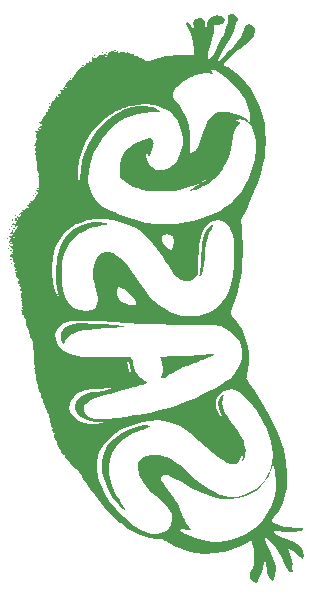
<source format=gbr>
%TF.GenerationSoftware,KiCad,Pcbnew,7.0.8*%
%TF.CreationDate,2023-11-11T20:00:54-08:00*%
%TF.ProjectId,Nemesis-MixSigPCB,4e656d65-7369-4732-9d4d-697853696750,rev?*%
%TF.SameCoordinates,Original*%
%TF.FileFunction,Legend,Bot*%
%TF.FilePolarity,Positive*%
%FSLAX46Y46*%
G04 Gerber Fmt 4.6, Leading zero omitted, Abs format (unit mm)*
G04 Created by KiCad (PCBNEW 7.0.8) date 2023-11-11 20:00:54*
%MOMM*%
%LPD*%
G01*
G04 APERTURE LIST*
G04 APERTURE END LIST*
%TO.C,G\u002A\u002A\u002A*%
G36*
X77518571Y-136074047D02*
G01*
X77488333Y-136104286D01*
X77458095Y-136074047D01*
X77488333Y-136043809D01*
X77518571Y-136074047D01*
G37*
G36*
X77397619Y-134925000D02*
G01*
X77367381Y-134955238D01*
X77337142Y-134925000D01*
X77367381Y-134894762D01*
X77397619Y-134925000D01*
G37*
G36*
X76732381Y-132445476D02*
G01*
X76702142Y-132475714D01*
X76671904Y-132445476D01*
X76702142Y-132415238D01*
X76732381Y-132445476D01*
G37*
G36*
X76430000Y-130873095D02*
G01*
X76399761Y-130903333D01*
X76369523Y-130873095D01*
X76399761Y-130842857D01*
X76430000Y-130873095D01*
G37*
G36*
X78728095Y-121983095D02*
G01*
X78697857Y-122013333D01*
X78667619Y-121983095D01*
X78697857Y-121952857D01*
X78728095Y-121983095D01*
G37*
G36*
X79030476Y-120229286D02*
G01*
X79000238Y-120259524D01*
X78970000Y-120229286D01*
X79000238Y-120199047D01*
X79030476Y-120229286D01*
G37*
G36*
X79514285Y-119564047D02*
G01*
X79484047Y-119594286D01*
X79453809Y-119564047D01*
X79484047Y-119533809D01*
X79514285Y-119564047D01*
G37*
G36*
X79635238Y-119261666D02*
G01*
X79605000Y-119291905D01*
X79574761Y-119261666D01*
X79605000Y-119231428D01*
X79635238Y-119261666D01*
G37*
G36*
X79937619Y-118898809D02*
G01*
X79907381Y-118929047D01*
X79877142Y-118898809D01*
X79907381Y-118868571D01*
X79937619Y-118898809D01*
G37*
G36*
X80240000Y-118415000D02*
G01*
X80209761Y-118445238D01*
X80179523Y-118415000D01*
X80209761Y-118384762D01*
X80240000Y-118415000D01*
G37*
G36*
X80784285Y-117991666D02*
G01*
X80754047Y-118021905D01*
X80723809Y-117991666D01*
X80754047Y-117961428D01*
X80784285Y-117991666D01*
G37*
G36*
X84291904Y-114544524D02*
G01*
X84261666Y-114574762D01*
X84231428Y-114544524D01*
X84261666Y-114514286D01*
X84291904Y-114544524D01*
G37*
G36*
X77203269Y-133835213D02*
G01*
X77196031Y-133906984D01*
X77177841Y-133916445D01*
X77155714Y-133866666D01*
X77160078Y-133834651D01*
X77196031Y-133826349D01*
X77203269Y-133835213D01*
G37*
G36*
X76530793Y-131165397D02*
G01*
X76540255Y-131183587D01*
X76490476Y-131205714D01*
X76458460Y-131201350D01*
X76450158Y-131165397D01*
X76459022Y-131158159D01*
X76530793Y-131165397D01*
G37*
G36*
X76417079Y-130327594D02*
G01*
X76409841Y-130399365D01*
X76391651Y-130408826D01*
X76369523Y-130359047D01*
X76373888Y-130327032D01*
X76409841Y-130318730D01*
X76417079Y-130327594D01*
G37*
G36*
X78473269Y-126880451D02*
G01*
X78466031Y-126952222D01*
X78447841Y-126961683D01*
X78425714Y-126911905D01*
X78430078Y-126879889D01*
X78466031Y-126871587D01*
X78473269Y-126880451D01*
G37*
G36*
X78594222Y-126699022D02*
G01*
X78586984Y-126770793D01*
X78568794Y-126780255D01*
X78546666Y-126730476D01*
X78551031Y-126698460D01*
X78586984Y-126690159D01*
X78594222Y-126699022D01*
G37*
G36*
X78768412Y-126508730D02*
G01*
X78777874Y-126526920D01*
X78728095Y-126549047D01*
X78696079Y-126544683D01*
X78687777Y-126508730D01*
X78696641Y-126501492D01*
X78768412Y-126508730D01*
G37*
G36*
X78949841Y-125722540D02*
G01*
X78959302Y-125740730D01*
X78909523Y-125762857D01*
X78877507Y-125758493D01*
X78869206Y-125722540D01*
X78878070Y-125715302D01*
X78949841Y-125722540D01*
G37*
G36*
X82948507Y-115389975D02*
G01*
X82941269Y-115461746D01*
X82923079Y-115471207D01*
X82900952Y-115421428D01*
X82905316Y-115389412D01*
X82941269Y-115381111D01*
X82948507Y-115389975D01*
G37*
G36*
X77004754Y-129465068D02*
G01*
X77015314Y-129537605D01*
X76949087Y-129572857D01*
X76902026Y-129560412D01*
X76853333Y-129477103D01*
X76863458Y-129431608D01*
X76925148Y-129405288D01*
X77004754Y-129465068D01*
G37*
G36*
X83304081Y-115063977D02*
G01*
X83360298Y-115128392D01*
X83375013Y-115162188D01*
X83333629Y-115155061D01*
X83321319Y-115147026D01*
X83265622Y-115087272D01*
X83290478Y-115058571D01*
X83304081Y-115063977D01*
G37*
G36*
X76686360Y-132054138D02*
G01*
X76732381Y-132112857D01*
X76730623Y-132127312D01*
X76671904Y-132173333D01*
X76657449Y-132171576D01*
X76611428Y-132112857D01*
X76613186Y-132098402D01*
X76671904Y-132052381D01*
X76686360Y-132054138D01*
G37*
G36*
X76732381Y-131292859D02*
G01*
X76724979Y-131337917D01*
X76671904Y-131387143D01*
X76657556Y-131385514D01*
X76611428Y-131330236D01*
X76613735Y-131313268D01*
X76671904Y-131235952D01*
X76703062Y-131230263D01*
X76732381Y-131292859D01*
G37*
G36*
X76624531Y-129561770D02*
G01*
X76656088Y-129602650D01*
X76633603Y-129633333D01*
X76623895Y-129632888D01*
X76530793Y-129593016D01*
X76523594Y-129584638D01*
X76521722Y-129521452D01*
X76547553Y-129515563D01*
X76624531Y-129561770D01*
G37*
G36*
X76746836Y-129272233D02*
G01*
X76792857Y-129330952D01*
X76791099Y-129345408D01*
X76732381Y-129391428D01*
X76717925Y-129389671D01*
X76671904Y-129330952D01*
X76673662Y-129316497D01*
X76732381Y-129270476D01*
X76746836Y-129272233D01*
G37*
G36*
X76853333Y-128752859D02*
G01*
X76845931Y-128797917D01*
X76792857Y-128847143D01*
X76778508Y-128845514D01*
X76732381Y-128790236D01*
X76734687Y-128773268D01*
X76792857Y-128695952D01*
X76824015Y-128690263D01*
X76853333Y-128752859D01*
G37*
G36*
X77048448Y-128364027D02*
G01*
X77095238Y-128390002D01*
X77092455Y-128399703D01*
X77034761Y-128454047D01*
X77011335Y-128463497D01*
X76974285Y-128427378D01*
X76976609Y-128409824D01*
X77034761Y-128363333D01*
X77048448Y-128364027D01*
G37*
G36*
X77484675Y-128206193D02*
G01*
X77457188Y-128304551D01*
X77401834Y-128373767D01*
X77331172Y-128389881D01*
X77306088Y-128358423D01*
X77341611Y-128267235D01*
X77352029Y-128255081D01*
X77440647Y-128186806D01*
X77484675Y-128206193D01*
G37*
G36*
X81705883Y-116693186D02*
G01*
X81751904Y-116751905D01*
X81750147Y-116766360D01*
X81691428Y-116812381D01*
X81676973Y-116810623D01*
X81630952Y-116751905D01*
X81632709Y-116737449D01*
X81691428Y-116691428D01*
X81705883Y-116693186D01*
G37*
G36*
X82794455Y-115604614D02*
G01*
X82840476Y-115663333D01*
X82838718Y-115677788D01*
X82780000Y-115723809D01*
X82765544Y-115722052D01*
X82719523Y-115663333D01*
X82721281Y-115648878D01*
X82780000Y-115602857D01*
X82794455Y-115604614D01*
G37*
G36*
X83808095Y-114779290D02*
G01*
X83805374Y-114789923D01*
X83747619Y-114846905D01*
X83726207Y-114858169D01*
X83687142Y-114854043D01*
X83689864Y-114843410D01*
X83747619Y-114786428D01*
X83769030Y-114775164D01*
X83808095Y-114779290D01*
G37*
G36*
X84494344Y-114561335D02*
G01*
X84500379Y-114640403D01*
X84486760Y-114656249D01*
X84407691Y-114662284D01*
X84391846Y-114648665D01*
X84385811Y-114569596D01*
X84399430Y-114553751D01*
X84478498Y-114547716D01*
X84494344Y-114561335D01*
G37*
G36*
X84836190Y-114544524D02*
G01*
X84826949Y-114590639D01*
X84775714Y-114605000D01*
X84757417Y-114592605D01*
X84715238Y-114544524D01*
X84718084Y-114535776D01*
X84775714Y-114484047D01*
X84807744Y-114479204D01*
X84836190Y-114544524D01*
G37*
G36*
X85561904Y-114395231D02*
G01*
X85551685Y-114422160D01*
X85471190Y-114453809D01*
X85429860Y-114451182D01*
X85380476Y-114430042D01*
X85391618Y-114414388D01*
X85471190Y-114371463D01*
X85517575Y-114361956D01*
X85561904Y-114395231D01*
G37*
G36*
X76816480Y-129654312D02*
G01*
X76848253Y-129725559D01*
X76847084Y-129730421D01*
X76800945Y-129897921D01*
X76758887Y-129976585D01*
X76705168Y-129996190D01*
X76683814Y-129994636D01*
X76589580Y-129954183D01*
X76581661Y-129923107D01*
X76639976Y-129860464D01*
X76685136Y-129823281D01*
X76732381Y-129716003D01*
X76740922Y-129673035D01*
X76797392Y-129644924D01*
X76816480Y-129654312D01*
G37*
G36*
X77053942Y-128588450D02*
G01*
X77166111Y-128648268D01*
X77216190Y-128713771D01*
X77188638Y-128758578D01*
X77093719Y-128834056D01*
X77028866Y-128871325D01*
X76990867Y-128862911D01*
X77009561Y-128757889D01*
X77017459Y-128723306D01*
X77013545Y-128628251D01*
X76935484Y-128600463D01*
X76882522Y-128591648D01*
X76895337Y-128566303D01*
X76936784Y-128560560D01*
X77053942Y-128588450D01*
G37*
G36*
X93774023Y-129213714D02*
G01*
X93797749Y-129245727D01*
X93763705Y-129330320D01*
X93666330Y-129490911D01*
X93656025Y-129507323D01*
X93479098Y-129851787D01*
X93333485Y-130270259D01*
X93216537Y-130774029D01*
X93125605Y-131374386D01*
X93058040Y-132082619D01*
X93056476Y-132103424D01*
X93027760Y-132419660D01*
X92993077Y-132708710D01*
X92956658Y-132939379D01*
X92922731Y-133080476D01*
X92914434Y-133103043D01*
X92809981Y-133348985D01*
X92713941Y-133507885D01*
X92635491Y-133564286D01*
X92621441Y-133564020D01*
X92584168Y-133548189D01*
X92590982Y-133484675D01*
X92642956Y-133341437D01*
X92666084Y-133231315D01*
X92691850Y-133021324D01*
X92717834Y-132734861D01*
X92742010Y-132394333D01*
X92762349Y-132022143D01*
X92781428Y-131679464D01*
X92809555Y-131298087D01*
X92841883Y-130954319D01*
X92875762Y-130675922D01*
X92908541Y-130490658D01*
X92926820Y-130418038D01*
X93053779Y-130021309D01*
X93207091Y-129687828D01*
X93377544Y-129431909D01*
X93555922Y-129267862D01*
X93733014Y-129210000D01*
X93774023Y-129213714D01*
G37*
G36*
X83024733Y-137535968D02*
G01*
X83373104Y-137551771D01*
X83752049Y-137568787D01*
X84110476Y-137584712D01*
X84367477Y-137597818D01*
X84770679Y-137623395D01*
X85167799Y-137653491D01*
X85501428Y-137684007D01*
X85677688Y-137702791D01*
X86002211Y-137741683D01*
X86207666Y-137774755D01*
X86293739Y-137803014D01*
X86260116Y-137827472D01*
X86106483Y-137849137D01*
X85832526Y-137869019D01*
X85437931Y-137888127D01*
X85089208Y-137905714D01*
X84732070Y-137928907D01*
X84412016Y-137954532D01*
X84170952Y-137979564D01*
X84041835Y-137995458D01*
X83736065Y-138031247D01*
X83391042Y-138069895D01*
X83059604Y-138105419D01*
X82851852Y-138130023D01*
X82406010Y-138210775D01*
X82075859Y-138318064D01*
X81828564Y-138450299D01*
X81592307Y-138617537D01*
X81394328Y-138796766D01*
X81258230Y-138966576D01*
X81207619Y-139105559D01*
X81200279Y-139184575D01*
X81155877Y-139248158D01*
X81084640Y-139218056D01*
X81002142Y-139104567D01*
X80923958Y-138917989D01*
X80895190Y-138723698D01*
X80926717Y-138438699D01*
X81026401Y-138147665D01*
X81057605Y-138090361D01*
X81249807Y-137884182D01*
X81537604Y-137718942D01*
X81904564Y-137600366D01*
X82334253Y-137534180D01*
X82810238Y-137526109D01*
X83024733Y-137535968D01*
G37*
G36*
X88259180Y-146171323D02*
G01*
X88360105Y-146188657D01*
X88464994Y-146222832D01*
X88464518Y-146266488D01*
X88354845Y-146326861D01*
X88132142Y-146411186D01*
X88030043Y-146447823D01*
X87815005Y-146528676D01*
X87648333Y-146595883D01*
X87484590Y-146660756D01*
X87315714Y-146717824D01*
X87267172Y-146733593D01*
X87039813Y-146833055D01*
X86763292Y-146981454D01*
X86473047Y-147157606D01*
X86204515Y-147340327D01*
X85993133Y-147508434D01*
X85923350Y-147573113D01*
X85533177Y-148026281D01*
X85243206Y-148538595D01*
X85056258Y-149098648D01*
X84975152Y-149695036D01*
X85002711Y-150316352D01*
X85141753Y-150951190D01*
X85152847Y-150986763D01*
X85344738Y-151497335D01*
X85596079Y-152024884D01*
X85878657Y-152509740D01*
X86011274Y-152716891D01*
X86184039Y-153001509D01*
X86301645Y-153216734D01*
X86358985Y-153352935D01*
X86350949Y-153400476D01*
X86291728Y-153373243D01*
X86163946Y-153270320D01*
X85996511Y-153110166D01*
X85809762Y-152913482D01*
X85624039Y-152700970D01*
X85459681Y-152493333D01*
X85255509Y-152201725D01*
X84872006Y-151537441D01*
X84589649Y-150862413D01*
X84416879Y-150195238D01*
X84375094Y-149821824D01*
X84385933Y-149301350D01*
X84469225Y-148793733D01*
X84619171Y-148330586D01*
X84829972Y-147943523D01*
X85087543Y-147608654D01*
X85379286Y-147306074D01*
X85708755Y-147048496D01*
X86103232Y-146814849D01*
X86590000Y-146584058D01*
X87032136Y-146404421D01*
X87524351Y-146245821D01*
X87932501Y-146168335D01*
X88259180Y-146171323D01*
G37*
G36*
X93937857Y-140163119D02*
G01*
X93514523Y-140368810D01*
X93473124Y-140388769D01*
X93266880Y-140483500D01*
X93104336Y-140550739D01*
X93017647Y-140577012D01*
X93010072Y-140577602D01*
X92898977Y-140606698D01*
X92745504Y-140665193D01*
X92493586Y-140773052D01*
X92263659Y-140868609D01*
X92100169Y-140931921D01*
X91978939Y-140972685D01*
X91811670Y-141032623D01*
X91565501Y-141135636D01*
X91273596Y-141267462D01*
X90958311Y-141417040D01*
X90642000Y-141573308D01*
X90347019Y-141725206D01*
X90095724Y-141861671D01*
X89910469Y-141971644D01*
X89813612Y-142044062D01*
X89790799Y-142064976D01*
X89674635Y-142122465D01*
X89536275Y-142151036D01*
X89420453Y-142145111D01*
X89371904Y-142099116D01*
X89378672Y-142066408D01*
X89422062Y-141942922D01*
X89492326Y-141774095D01*
X89546584Y-141646684D01*
X89578007Y-141536555D01*
X89579420Y-141422252D01*
X89550816Y-141266114D01*
X89492186Y-141030474D01*
X89475868Y-140967448D01*
X89417408Y-140754105D01*
X89369606Y-140597894D01*
X89341527Y-140528987D01*
X89331007Y-140513356D01*
X89311428Y-140418254D01*
X89319814Y-140398899D01*
X89375612Y-140374007D01*
X89495916Y-140356483D01*
X89694828Y-140345265D01*
X89986449Y-140339294D01*
X90384881Y-140337508D01*
X90570166Y-140336299D01*
X91024678Y-140325689D01*
X91495908Y-140305909D01*
X91937975Y-140279108D01*
X92305000Y-140247441D01*
X92349766Y-140242745D01*
X92699464Y-140209724D01*
X93039806Y-140183247D01*
X93333877Y-140165908D01*
X93544761Y-140160302D01*
X93937857Y-140163119D01*
G37*
G36*
X95506266Y-111360527D02*
G01*
X95697714Y-111514667D01*
X95801767Y-111632174D01*
X95887158Y-111775784D01*
X95895374Y-111876090D01*
X95820484Y-111913809D01*
X95808067Y-111915637D01*
X95746664Y-111992499D01*
X95706630Y-112170833D01*
X95704109Y-112190754D01*
X95650355Y-112451185D01*
X95550547Y-112743010D01*
X95397550Y-113082182D01*
X95184227Y-113484655D01*
X94903441Y-113966383D01*
X94794627Y-114148313D01*
X94561365Y-114549042D01*
X94392593Y-114858191D01*
X94285418Y-115081588D01*
X94236947Y-115225062D01*
X94244286Y-115294444D01*
X94252286Y-115293513D01*
X94327785Y-115237342D01*
X94470157Y-115110133D01*
X94666534Y-114923996D01*
X94904050Y-114691039D01*
X95169838Y-114423373D01*
X95202845Y-114389690D01*
X95545987Y-114033214D01*
X95811583Y-113740859D01*
X96010548Y-113496622D01*
X96153798Y-113284497D01*
X96252248Y-113088482D01*
X96316816Y-112892572D01*
X96358416Y-112680764D01*
X96363978Y-112646931D01*
X96447901Y-112404817D01*
X96597116Y-112262644D01*
X96815776Y-112216190D01*
X96850911Y-112217499D01*
X97059779Y-112285987D01*
X97218441Y-112438835D01*
X97313614Y-112648734D01*
X97332018Y-112888373D01*
X97260372Y-113130440D01*
X97230217Y-113182958D01*
X97060837Y-113401779D01*
X96800897Y-113666525D01*
X96461693Y-113966327D01*
X96054523Y-114290321D01*
X95924888Y-114391266D01*
X95671742Y-114599792D01*
X95416780Y-114822208D01*
X95175857Y-115043373D01*
X94964830Y-115248148D01*
X94799552Y-115421391D01*
X94695881Y-115547964D01*
X94669670Y-115612725D01*
X94701535Y-115642358D01*
X94818958Y-115719154D01*
X94985351Y-115811115D01*
X95060322Y-115851965D01*
X95356288Y-116044419D01*
X95687614Y-116297375D01*
X96023124Y-116584563D01*
X96331642Y-116879712D01*
X96581993Y-117156551D01*
X96597669Y-117175900D01*
X96990536Y-117726157D01*
X97356858Y-118359248D01*
X97679298Y-119038783D01*
X97940520Y-119728369D01*
X98123186Y-120391614D01*
X98157801Y-120597361D01*
X98194542Y-120960693D01*
X98219027Y-121392359D01*
X98231008Y-121862346D01*
X98230239Y-122340641D01*
X98216472Y-122797230D01*
X98189460Y-123202101D01*
X98148958Y-123525238D01*
X98035509Y-124079260D01*
X97807215Y-124911948D01*
X97497525Y-125806849D01*
X97104047Y-126770682D01*
X96624392Y-127810166D01*
X96136161Y-128816905D01*
X96211009Y-129391428D01*
X96215086Y-129423861D01*
X96246823Y-129772825D01*
X96270150Y-130209096D01*
X96284723Y-130702668D01*
X96290195Y-131223533D01*
X96286220Y-131741685D01*
X96272453Y-132227116D01*
X96248548Y-132649819D01*
X96195252Y-133157294D01*
X96056524Y-133981947D01*
X95856878Y-134827342D01*
X95605755Y-135649416D01*
X95560743Y-135780011D01*
X95458623Y-136074327D01*
X95371360Y-136323149D01*
X95307046Y-136503493D01*
X95273773Y-136592373D01*
X95269784Y-136604633D01*
X95297267Y-136726647D01*
X95418986Y-136894754D01*
X95813609Y-137393591D01*
X96201195Y-138032121D01*
X96504603Y-138713374D01*
X96716342Y-139416659D01*
X96828926Y-140121286D01*
X96834865Y-140806566D01*
X96812893Y-141030904D01*
X96775679Y-141311347D01*
X96730242Y-141594427D01*
X96681974Y-141849432D01*
X96636270Y-142045650D01*
X96598523Y-142152367D01*
X96597067Y-142161259D01*
X96632637Y-142248450D01*
X96722904Y-142398212D01*
X96852324Y-142584105D01*
X96913753Y-142668251D01*
X97306069Y-143239546D01*
X97708383Y-143878396D01*
X98108418Y-144561703D01*
X98493893Y-145266368D01*
X98852530Y-145969296D01*
X99172049Y-146647386D01*
X99440173Y-147277542D01*
X99644621Y-147836666D01*
X99681598Y-147953453D01*
X99859373Y-148643418D01*
X99986336Y-149373605D01*
X100058755Y-150108578D01*
X100072901Y-150812896D01*
X100025044Y-151451122D01*
X99903042Y-152063582D01*
X99671343Y-152748673D01*
X99353200Y-153383487D01*
X98959798Y-153941868D01*
X98874414Y-154048507D01*
X98781725Y-154178769D01*
X98745714Y-154251312D01*
X98794957Y-154315078D01*
X98952688Y-154408783D01*
X99210230Y-154524052D01*
X99558604Y-154656408D01*
X99620488Y-154677989D01*
X99843216Y-154743947D01*
X100067770Y-154785874D01*
X100333799Y-154809582D01*
X100680952Y-154820881D01*
X100891792Y-154825655D01*
X101133069Y-154836955D01*
X101284594Y-154855388D01*
X101365356Y-154883718D01*
X101394345Y-154924708D01*
X101394856Y-154927755D01*
X101351184Y-155015957D01*
X101212917Y-155100432D01*
X101143149Y-155123767D01*
X101010401Y-155148262D01*
X100824159Y-155163641D01*
X100570982Y-155170173D01*
X100237428Y-155168129D01*
X99810055Y-155157779D01*
X99275421Y-155139394D01*
X99069484Y-155139375D01*
X98919608Y-155154668D01*
X98860012Y-155182292D01*
X98876935Y-155219467D01*
X98996033Y-155308670D01*
X99226281Y-155431152D01*
X99564899Y-155585491D01*
X100009110Y-155770265D01*
X100182947Y-155842827D01*
X100662422Y-156080431D01*
X101025626Y-156328085D01*
X101276028Y-156589140D01*
X101417095Y-156866948D01*
X101452296Y-157164860D01*
X101444868Y-157259533D01*
X101422388Y-157397690D01*
X101395066Y-157452122D01*
X101388596Y-157450381D01*
X101310787Y-157398557D01*
X101173596Y-157289269D01*
X101001971Y-157142188D01*
X100966653Y-157111488D01*
X100771166Y-156956541D01*
X100576819Y-156823180D01*
X100400005Y-156719270D01*
X100257117Y-156652676D01*
X100164547Y-156631264D01*
X100138687Y-156662898D01*
X100195930Y-156755443D01*
X100234242Y-156809937D01*
X100236935Y-156847619D01*
X100231449Y-156861749D01*
X100254192Y-156954906D01*
X100312367Y-157106399D01*
X100394748Y-157322333D01*
X100484119Y-157652882D01*
X100521391Y-157948062D01*
X100500633Y-158174227D01*
X100483350Y-158243116D01*
X100484966Y-158373445D01*
X100563280Y-158483757D01*
X100566655Y-158487132D01*
X100638857Y-158567086D01*
X100619364Y-158596957D01*
X100493549Y-158601428D01*
X100312361Y-158558736D01*
X100130692Y-158413604D01*
X100089079Y-158367278D01*
X99993438Y-158243107D01*
X99955238Y-158163577D01*
X99950229Y-158132149D01*
X99900425Y-157992748D01*
X99807600Y-157784314D01*
X99684576Y-157531903D01*
X99544171Y-157260572D01*
X99399205Y-156995376D01*
X99262497Y-156761370D01*
X99146868Y-156583612D01*
X99092362Y-156509246D01*
X98898464Y-156269600D01*
X98695225Y-156049136D01*
X98502883Y-155867427D01*
X98341673Y-155744048D01*
X98231835Y-155698571D01*
X98199079Y-155703323D01*
X98163185Y-155748207D01*
X98174514Y-155850015D01*
X98236866Y-156020416D01*
X98354041Y-156271079D01*
X98529839Y-156613672D01*
X98596533Y-156744189D01*
X98807656Y-157216389D01*
X98969100Y-157675767D01*
X99072271Y-158095090D01*
X99108571Y-158447125D01*
X99107029Y-158489747D01*
X99066045Y-158719683D01*
X98986727Y-158935797D01*
X98955917Y-159000879D01*
X98901852Y-159154127D01*
X98894114Y-159250965D01*
X98896422Y-159257224D01*
X98891975Y-159320558D01*
X98811990Y-159302487D01*
X98667533Y-159205245D01*
X98606611Y-159150506D01*
X98516060Y-159025578D01*
X98444242Y-158848170D01*
X98383015Y-158595502D01*
X98324237Y-158244795D01*
X98319542Y-158213463D01*
X98283321Y-157994495D01*
X98249965Y-157827279D01*
X98226169Y-157745866D01*
X98174128Y-157696834D01*
X98109166Y-157719831D01*
X98080476Y-157830549D01*
X98078251Y-157869893D01*
X98046409Y-158051636D01*
X97986180Y-158291279D01*
X97909621Y-158547476D01*
X97828788Y-158778883D01*
X97755737Y-158944156D01*
X97663055Y-159120150D01*
X97567795Y-159312024D01*
X97484663Y-159446552D01*
X97385112Y-159496975D01*
X97257986Y-159446641D01*
X97084635Y-159294889D01*
X97032302Y-159239766D01*
X96911498Y-159060941D01*
X96877419Y-158874323D01*
X96929580Y-158653916D01*
X97067500Y-158373727D01*
X97127036Y-158266835D01*
X97192131Y-158132472D01*
X97232234Y-158003278D01*
X97253203Y-157847724D01*
X97260895Y-157634284D01*
X97261170Y-157331428D01*
X97251250Y-157021645D01*
X97221513Y-156687556D01*
X97176056Y-156391720D01*
X97118964Y-156154812D01*
X97054324Y-155997506D01*
X96986224Y-155940476D01*
X96961133Y-155947570D01*
X96845453Y-156001462D01*
X96665550Y-156096785D01*
X96448071Y-156219711D01*
X96174837Y-156367445D01*
X95453278Y-156669596D01*
X94679280Y-156882498D01*
X93878036Y-157001771D01*
X93838216Y-157002825D01*
X93074740Y-157023033D01*
X92294587Y-156941904D01*
X91899639Y-156861932D01*
X91191850Y-156655758D01*
X90515431Y-156367318D01*
X89832057Y-155981666D01*
X89728235Y-155918831D01*
X89590768Y-155852225D01*
X89446496Y-155814356D01*
X89257383Y-155796633D01*
X88985391Y-155790468D01*
X88978905Y-155789852D01*
X88417779Y-155736556D01*
X87828846Y-155579115D01*
X87225739Y-155315179D01*
X86601462Y-154941670D01*
X85949014Y-154455512D01*
X85876129Y-154395673D01*
X85352899Y-153928640D01*
X84831321Y-153394726D01*
X84301064Y-152782086D01*
X83751796Y-152078876D01*
X83394493Y-151581388D01*
X83173184Y-151273250D01*
X83077555Y-151131347D01*
X82936054Y-150911991D01*
X82787832Y-150674387D01*
X82647360Y-150442506D01*
X82529108Y-150240317D01*
X82447546Y-150091788D01*
X82417142Y-150020889D01*
X82406580Y-150001677D01*
X82321038Y-149930666D01*
X82177650Y-149841003D01*
X82124976Y-149809585D01*
X81949941Y-149682916D01*
X81822821Y-149559775D01*
X81818122Y-149553872D01*
X81760524Y-149497686D01*
X83952887Y-149497686D01*
X83956876Y-149971403D01*
X84016713Y-150449308D01*
X84142312Y-150918053D01*
X84341854Y-151407517D01*
X84623515Y-151947576D01*
X85003318Y-152544255D01*
X85562141Y-153246783D01*
X86216565Y-153913399D01*
X86952857Y-154528885D01*
X87117192Y-154650218D01*
X87638969Y-154988981D01*
X88118047Y-155222098D01*
X88562126Y-155352058D01*
X88978905Y-155381351D01*
X89376083Y-155312468D01*
X89382578Y-155310504D01*
X89757584Y-155142447D01*
X90042806Y-154897107D01*
X90232820Y-154580857D01*
X90322204Y-154200075D01*
X90330885Y-154081749D01*
X90325318Y-153889905D01*
X90279117Y-153712512D01*
X90180592Y-153491031D01*
X90143946Y-153419458D01*
X89858479Y-152992506D01*
X89457249Y-152560274D01*
X88944302Y-152127226D01*
X88877330Y-152075181D01*
X88618322Y-151858460D01*
X88365687Y-151627034D01*
X88165821Y-151422880D01*
X88095228Y-151341120D01*
X87838050Y-150986395D01*
X87647504Y-150638010D01*
X89374314Y-150638010D01*
X89410106Y-150767570D01*
X89522359Y-150985439D01*
X89704372Y-151269966D01*
X89949382Y-151609724D01*
X89999568Y-151676286D01*
X90255616Y-152017768D01*
X90451142Y-152283884D01*
X90597557Y-152492087D01*
X90706271Y-152659831D01*
X90788696Y-152804571D01*
X90856242Y-152943759D01*
X90920321Y-153094850D01*
X91105789Y-153545420D01*
X91266109Y-153918864D01*
X91400849Y-154210856D01*
X91518012Y-154437847D01*
X91625597Y-154616283D01*
X91731607Y-154762614D01*
X91790994Y-154838311D01*
X91877781Y-154953736D01*
X91911904Y-155006747D01*
X91909139Y-155008426D01*
X91831517Y-155010369D01*
X91668814Y-155003550D01*
X91450178Y-154989086D01*
X91298859Y-154979958D01*
X91103336Y-154983621D01*
X91019176Y-155018029D01*
X91046155Y-155087810D01*
X91184051Y-155197592D01*
X91432638Y-155352002D01*
X91523511Y-155403406D01*
X92044968Y-155642480D01*
X92629787Y-155833128D01*
X93240144Y-155966694D01*
X93838216Y-156034522D01*
X94386180Y-156027954D01*
X94687406Y-155988626D01*
X95308144Y-155845486D01*
X95944126Y-155625892D01*
X96558111Y-155343711D01*
X97112857Y-155012807D01*
X97559636Y-154658682D01*
X98041360Y-154141882D01*
X98446336Y-153542719D01*
X98767047Y-152872650D01*
X98995976Y-152143131D01*
X99042282Y-151934858D01*
X99079754Y-151705578D01*
X99098160Y-151470534D01*
X99100195Y-151191498D01*
X99088556Y-150830238D01*
X99081300Y-150679480D01*
X99052877Y-150282545D01*
X99014965Y-149948589D01*
X98969913Y-149692104D01*
X98920075Y-149527584D01*
X98867801Y-149469524D01*
X98841937Y-149495781D01*
X98793247Y-149611076D01*
X98743412Y-149787024D01*
X98693488Y-149965470D01*
X98484809Y-150448110D01*
X98183659Y-150914611D01*
X97809959Y-151340981D01*
X97383630Y-151703231D01*
X96924592Y-151977371D01*
X96894157Y-151991687D01*
X96334436Y-152215774D01*
X95777569Y-152359813D01*
X95213629Y-152422103D01*
X94632693Y-152400943D01*
X94024837Y-152294633D01*
X93380136Y-152101472D01*
X92688664Y-151819762D01*
X91940498Y-151447800D01*
X91125714Y-150983887D01*
X91004274Y-150911668D01*
X90580606Y-150672336D01*
X90238299Y-150503846D01*
X89966565Y-150402869D01*
X89754619Y-150366073D01*
X89591672Y-150390127D01*
X89466938Y-150471701D01*
X89411462Y-150541391D01*
X89374314Y-150638010D01*
X87647504Y-150638010D01*
X87631787Y-150609273D01*
X87483573Y-150231125D01*
X87400542Y-149873320D01*
X87389827Y-149557230D01*
X87458564Y-149304223D01*
X87548679Y-149166582D01*
X87791668Y-148948862D01*
X88113976Y-148788617D01*
X88494823Y-148692300D01*
X88913428Y-148666363D01*
X89349011Y-148717259D01*
X89475418Y-148745889D01*
X89849347Y-148860000D01*
X90215047Y-149021636D01*
X90588379Y-149240865D01*
X90985204Y-149527755D01*
X91421381Y-149892376D01*
X91912772Y-150344795D01*
X92366790Y-150761605D01*
X92908801Y-151208706D01*
X93417128Y-151564307D01*
X93905293Y-151836717D01*
X94386822Y-152034246D01*
X94875238Y-152165205D01*
X94888016Y-152167784D01*
X95166154Y-152217942D01*
X95382667Y-152237907D01*
X95590564Y-152229227D01*
X95842857Y-152193450D01*
X96379336Y-152067337D01*
X96921511Y-151843412D01*
X97432476Y-151518459D01*
X97842713Y-151164103D01*
X98171716Y-150764476D01*
X98441263Y-150288668D01*
X98563086Y-150003135D01*
X98745983Y-149353494D01*
X98814935Y-148672504D01*
X98770688Y-147964300D01*
X98613988Y-147233016D01*
X98345580Y-146482789D01*
X97966211Y-145717754D01*
X97476627Y-144942045D01*
X97170085Y-144521906D01*
X96749078Y-144013332D01*
X96352681Y-143620200D01*
X95979224Y-143341118D01*
X95627040Y-143174690D01*
X95294458Y-143119524D01*
X95030501Y-143157104D01*
X94725782Y-143268777D01*
X94447607Y-143432191D01*
X94243094Y-143624704D01*
X94190414Y-143700351D01*
X94048962Y-144009344D01*
X93991451Y-144340682D01*
X94027037Y-144650888D01*
X94051818Y-144729981D01*
X94244844Y-145171362D01*
X94506664Y-145523452D01*
X94535361Y-145553091D01*
X94661248Y-145672308D01*
X94725659Y-145714468D01*
X94720066Y-145677264D01*
X94635945Y-145558394D01*
X94495624Y-145342222D01*
X94351751Y-145019604D01*
X94252631Y-144674708D01*
X94208811Y-144346216D01*
X94230841Y-144072811D01*
X94262989Y-143995404D01*
X94358322Y-143849891D01*
X94482389Y-143702640D01*
X94604592Y-143588633D01*
X94694335Y-143542857D01*
X94704983Y-143543100D01*
X94747604Y-143563567D01*
X94734838Y-143635552D01*
X94663344Y-143785202D01*
X94598690Y-143968695D01*
X94566028Y-144273092D01*
X94595637Y-144599423D01*
X94686551Y-144901248D01*
X94694917Y-144919374D01*
X94789852Y-145090019D01*
X94937960Y-145323374D01*
X95120615Y-145591075D01*
X95319196Y-145864759D01*
X95642761Y-146302979D01*
X95902458Y-146672530D01*
X96102773Y-146983802D01*
X96253213Y-147253883D01*
X96363282Y-147499861D01*
X96442489Y-147738823D01*
X96500338Y-147987857D01*
X96531217Y-148265513D01*
X96523696Y-148567242D01*
X96479043Y-148836602D01*
X96401294Y-149031071D01*
X96333400Y-149110657D01*
X96259658Y-149163983D01*
X96215319Y-149169926D01*
X96231918Y-149113194D01*
X96249654Y-149073935D01*
X96279535Y-148946298D01*
X96295328Y-148797591D01*
X96293409Y-148674286D01*
X96270153Y-148622857D01*
X96263189Y-148624637D01*
X96218665Y-148693925D01*
X96179800Y-148832743D01*
X96176421Y-148848985D01*
X96102387Y-149043921D01*
X95987995Y-149223782D01*
X95944812Y-149271112D01*
X95763186Y-149399828D01*
X95641269Y-149428947D01*
X95545108Y-149451915D01*
X95419523Y-149438852D01*
X95285930Y-149424957D01*
X95268333Y-149418700D01*
X94981001Y-149316541D01*
X94625673Y-149124252D01*
X94215296Y-148845675D01*
X93745222Y-148478394D01*
X93210799Y-148019997D01*
X92607381Y-147468068D01*
X92330065Y-147213442D01*
X91853737Y-146808571D01*
X95600952Y-146808571D01*
X95605316Y-146840587D01*
X95641269Y-146848889D01*
X95648507Y-146840025D01*
X95641269Y-146768254D01*
X95623079Y-146758793D01*
X95600952Y-146808571D01*
X91853737Y-146808571D01*
X91838933Y-146795988D01*
X91496621Y-146544539D01*
X95369745Y-146544539D01*
X95419523Y-146566666D01*
X95451539Y-146562302D01*
X95459841Y-146526349D01*
X95450977Y-146519111D01*
X95379206Y-146526349D01*
X95369745Y-146544539D01*
X91496621Y-146544539D01*
X91386683Y-146463783D01*
X91204120Y-146355000D01*
X95238095Y-146355000D01*
X95268333Y-146385238D01*
X95298571Y-146355000D01*
X95268333Y-146324762D01*
X95238095Y-146355000D01*
X91204120Y-146355000D01*
X90954996Y-146206556D01*
X90525552Y-146014037D01*
X90080032Y-145875954D01*
X89600116Y-145782036D01*
X89096269Y-145742752D01*
X88433274Y-145780258D01*
X87726017Y-145907797D01*
X86990757Y-146122275D01*
X86243755Y-146420597D01*
X85904678Y-146590746D01*
X85334171Y-146963302D01*
X84846780Y-147401819D01*
X84453487Y-147895657D01*
X84165276Y-148434178D01*
X84148416Y-148475026D01*
X84058811Y-148716018D01*
X84002692Y-148935058D01*
X83970553Y-149179747D01*
X83952887Y-149497686D01*
X81760524Y-149497686D01*
X81728076Y-149466033D01*
X81669219Y-149451416D01*
X81642530Y-149431118D01*
X81630952Y-149324843D01*
X81615004Y-149219883D01*
X81574830Y-149194690D01*
X81533346Y-149191449D01*
X81481022Y-149110638D01*
X81442085Y-149039859D01*
X81331689Y-148956466D01*
X81259600Y-148908763D01*
X81253790Y-148791981D01*
X81258498Y-148773005D01*
X81258033Y-148694611D01*
X81187101Y-148701473D01*
X81115754Y-148708203D01*
X81086666Y-148627429D01*
X81072311Y-148562468D01*
X80992119Y-148478564D01*
X80948416Y-148450095D01*
X80936712Y-148378952D01*
X80939295Y-148373629D01*
X80915319Y-148293251D01*
X80819593Y-148192707D01*
X80711655Y-148070236D01*
X80663333Y-147926561D01*
X80649552Y-147829308D01*
X80599664Y-147743979D01*
X80579419Y-147726240D01*
X80561729Y-147634577D01*
X80562078Y-147633578D01*
X80541978Y-147543000D01*
X80459972Y-147424522D01*
X80378230Y-147292482D01*
X80328743Y-147116814D01*
X80328029Y-146954069D01*
X80382270Y-146849967D01*
X80396425Y-146825914D01*
X80320607Y-146837332D01*
X80285884Y-146846179D01*
X80215721Y-146838882D01*
X80221911Y-146750258D01*
X80227116Y-146665693D01*
X80179256Y-146536106D01*
X80139974Y-146474740D01*
X80172118Y-146445714D01*
X80193050Y-146442755D01*
X80240000Y-146385238D01*
X80226943Y-146355210D01*
X80141726Y-146324762D01*
X80107627Y-146321006D01*
X80067573Y-146270393D01*
X80081014Y-146136953D01*
X80090271Y-146085401D01*
X80089750Y-145988145D01*
X80039585Y-145979456D01*
X80010175Y-145983590D01*
X79977780Y-145928820D01*
X79979232Y-145774169D01*
X79981807Y-145724320D01*
X79971391Y-145591752D01*
X79937506Y-145538571D01*
X79899484Y-145508754D01*
X79875219Y-145402500D01*
X79856960Y-145299761D01*
X79791468Y-145163521D01*
X79784505Y-145149036D01*
X79728719Y-145038767D01*
X79695714Y-144868245D01*
X79673082Y-144751757D01*
X79639335Y-144712718D01*
X81609446Y-144712718D01*
X81710773Y-145047545D01*
X81932420Y-145371990D01*
X82056367Y-145500668D01*
X82439543Y-145782326D01*
X82887351Y-145964377D01*
X83394493Y-146045116D01*
X83955674Y-146022839D01*
X83962886Y-146021922D01*
X84234567Y-145983038D01*
X84400371Y-145949873D01*
X84456686Y-145924056D01*
X84399896Y-145907213D01*
X84226388Y-145900972D01*
X84168155Y-145898128D01*
X83865237Y-145883334D01*
X83388795Y-145804369D01*
X82967453Y-145668443D01*
X82621347Y-145482578D01*
X82370609Y-145253795D01*
X82270283Y-145116669D01*
X82113274Y-144806012D01*
X82073364Y-144513883D01*
X82150395Y-144232596D01*
X82344212Y-143954469D01*
X82460375Y-143835638D01*
X82651425Y-143684521D01*
X82875970Y-143565011D01*
X83155864Y-143468430D01*
X83512962Y-143386102D01*
X83969119Y-143309350D01*
X83981601Y-143307478D01*
X84420294Y-143237645D01*
X84747019Y-143176221D01*
X84970094Y-143121163D01*
X85097838Y-143070425D01*
X85138571Y-143021965D01*
X85135049Y-143017380D01*
X85054740Y-143006853D01*
X84890077Y-143009417D01*
X84669881Y-143024891D01*
X84394352Y-143049264D01*
X84090154Y-143074625D01*
X83838333Y-143094116D01*
X83783124Y-143098152D01*
X83410006Y-143129330D01*
X83128038Y-143162791D01*
X82910809Y-143203318D01*
X82731907Y-143255691D01*
X82564922Y-143324695D01*
X82292542Y-143471955D01*
X81969263Y-143728533D01*
X81754301Y-144021968D01*
X81628022Y-144364346D01*
X81609446Y-144712718D01*
X79639335Y-144712718D01*
X79601166Y-144668564D01*
X79556812Y-144641788D01*
X79539720Y-144578725D01*
X79543714Y-144567473D01*
X79529169Y-144466801D01*
X79470904Y-144321274D01*
X79459983Y-144298886D01*
X79423571Y-144209435D01*
X79392624Y-144133410D01*
X79360620Y-144005991D01*
X79348535Y-143943360D01*
X79297197Y-143854800D01*
X79253697Y-143775629D01*
X79242142Y-143720573D01*
X79223882Y-143633571D01*
X79185914Y-143490007D01*
X79111993Y-143380571D01*
X79066367Y-143327809D01*
X79060582Y-143240689D01*
X79063936Y-143170229D01*
X79002222Y-143061241D01*
X78943237Y-142972630D01*
X78970000Y-142907857D01*
X78998669Y-142854240D01*
X78939761Y-142758879D01*
X78935454Y-142751907D01*
X78861254Y-142602607D01*
X78832554Y-142393526D01*
X78831304Y-142341280D01*
X78812003Y-142191472D01*
X78776784Y-142114381D01*
X78748650Y-142043170D01*
X78758333Y-141910000D01*
X78767019Y-141782120D01*
X78734277Y-141702154D01*
X78709357Y-141673486D01*
X78707264Y-141574674D01*
X78714944Y-141517748D01*
X78671448Y-141400566D01*
X78636302Y-141342609D01*
X78665669Y-141276205D01*
X78688946Y-141252131D01*
X78685053Y-141164988D01*
X78670489Y-141108135D01*
X78653813Y-140948040D01*
X78648279Y-140842613D01*
X86533736Y-140842613D01*
X86543054Y-141021472D01*
X86576823Y-141231644D01*
X86632779Y-141441309D01*
X86699629Y-141608995D01*
X86765424Y-141711922D01*
X86813362Y-141723058D01*
X86831904Y-141631391D01*
X86831588Y-141617687D01*
X86813285Y-141478215D01*
X86773351Y-141288332D01*
X86720925Y-141081828D01*
X86665148Y-140892492D01*
X86615159Y-140754111D01*
X86580098Y-140700476D01*
X86551130Y-140726885D01*
X86533736Y-140842613D01*
X78648279Y-140842613D01*
X78641692Y-140717120D01*
X78636059Y-140443826D01*
X78632736Y-140261408D01*
X78618721Y-140002313D01*
X78596063Y-139817007D01*
X78567037Y-139729037D01*
X78553069Y-139707972D01*
X78527075Y-139581649D01*
X78531627Y-139401079D01*
X78535950Y-139336057D01*
X78522536Y-139142089D01*
X78480090Y-138957512D01*
X78419206Y-138819502D01*
X78350475Y-138765238D01*
X78320780Y-138729623D01*
X78304761Y-138617617D01*
X78290228Y-138515611D01*
X78257498Y-138459691D01*
X80439150Y-138459691D01*
X80445187Y-138838891D01*
X80564567Y-139221281D01*
X80647247Y-139376677D01*
X80846153Y-139629810D01*
X81120168Y-139847219D01*
X81492160Y-140049320D01*
X81726898Y-140149874D01*
X82010096Y-140243284D01*
X82319990Y-140312687D01*
X82675313Y-140360498D01*
X83094798Y-140389132D01*
X83597180Y-140401003D01*
X84201190Y-140398528D01*
X84648226Y-140392531D01*
X85193578Y-140385353D01*
X85636822Y-140380082D01*
X85989052Y-140376982D01*
X86261361Y-140376320D01*
X86464843Y-140378361D01*
X86610592Y-140383370D01*
X86709701Y-140391614D01*
X86773262Y-140403358D01*
X86812371Y-140418868D01*
X86838120Y-140438410D01*
X86861603Y-140462249D01*
X86911746Y-140548521D01*
X86971047Y-140724616D01*
X87017767Y-140940850D01*
X87074874Y-141225382D01*
X87201616Y-141590269D01*
X87392036Y-141890507D01*
X87664873Y-142152957D01*
X88038867Y-142404481D01*
X88074846Y-142425962D01*
X88182117Y-142499952D01*
X88199484Y-142550915D01*
X88140930Y-142606529D01*
X88036651Y-142657965D01*
X87851288Y-142723877D01*
X87629444Y-142787366D01*
X87416949Y-142843113D01*
X87223340Y-142897465D01*
X87104047Y-142935176D01*
X87028347Y-142959675D01*
X86825533Y-143017470D01*
X86813362Y-143020752D01*
X86516452Y-143100825D01*
X86107706Y-143207994D01*
X85605894Y-143337232D01*
X85017619Y-143486794D01*
X84548774Y-143609932D01*
X84105327Y-143739991D01*
X83753500Y-143862442D01*
X83478334Y-143983179D01*
X83264871Y-144108095D01*
X83098151Y-144243086D01*
X82998402Y-144341965D01*
X82895623Y-144471356D01*
X82850502Y-144598454D01*
X82840476Y-144769341D01*
X82840629Y-144797782D01*
X82858051Y-144976017D01*
X82922254Y-145111288D01*
X83058636Y-145260814D01*
X83081699Y-145282829D01*
X83290606Y-145445900D01*
X83526195Y-145557808D01*
X83811149Y-145624091D01*
X84168155Y-145650286D01*
X84619897Y-145641932D01*
X84654015Y-145640221D01*
X85008524Y-145613894D01*
X85426848Y-145571166D01*
X85859597Y-145517566D01*
X86257381Y-145458623D01*
X86310567Y-145449897D01*
X86707080Y-145385428D01*
X87123355Y-145318590D01*
X87513035Y-145256789D01*
X87829761Y-145207432D01*
X88468364Y-145090298D01*
X89235458Y-144909863D01*
X90034579Y-144685909D01*
X90835160Y-144428332D01*
X91606634Y-144147030D01*
X92318436Y-143851898D01*
X92940000Y-143552835D01*
X93461080Y-143274150D01*
X94016119Y-142964993D01*
X94495779Y-142683425D01*
X94891262Y-142434804D01*
X95193769Y-142224488D01*
X95394503Y-142057837D01*
X95663827Y-141741040D01*
X95905873Y-141350560D01*
X96091291Y-140936143D01*
X96196936Y-140541527D01*
X96221598Y-140209836D01*
X96200446Y-139810012D01*
X96134864Y-139422197D01*
X96030868Y-139098653D01*
X95936436Y-138918039D01*
X95665728Y-138563621D01*
X95309663Y-138243551D01*
X94892044Y-137977446D01*
X94436673Y-137784918D01*
X94425561Y-137781384D01*
X94331745Y-137753925D01*
X94231644Y-137730963D01*
X94113794Y-137712018D01*
X93966726Y-137696609D01*
X93778974Y-137684254D01*
X93539071Y-137674473D01*
X93235550Y-137666785D01*
X92856944Y-137660710D01*
X92391787Y-137655766D01*
X91828612Y-137651473D01*
X91589085Y-137650004D01*
X91155952Y-137647349D01*
X90210975Y-137639738D01*
X89358453Y-137627849D01*
X88596797Y-137611180D01*
X87910888Y-137589155D01*
X87285609Y-137561196D01*
X86977253Y-137542862D01*
X86705843Y-137526725D01*
X86156472Y-137485164D01*
X85622381Y-137435937D01*
X85180080Y-137395581D01*
X84584249Y-137352510D01*
X83991383Y-137321324D01*
X83418236Y-137302191D01*
X82881562Y-137295283D01*
X82398114Y-137300771D01*
X81984648Y-137318825D01*
X81657916Y-137349615D01*
X81434674Y-137393312D01*
X81394219Y-137406121D01*
X81029840Y-137579060D01*
X80735740Y-137826338D01*
X80534215Y-138129719D01*
X80439150Y-138459691D01*
X78257498Y-138459691D01*
X78240162Y-138430071D01*
X78214582Y-138402823D01*
X78208377Y-138304634D01*
X78209532Y-138301169D01*
X78196609Y-138195952D01*
X78133408Y-138033125D01*
X78037900Y-137851973D01*
X77928055Y-137691786D01*
X77899143Y-137642562D01*
X77940970Y-137616190D01*
X77979292Y-137599834D01*
X77970429Y-137510357D01*
X77947097Y-137430693D01*
X77932836Y-137270962D01*
X77917935Y-137181339D01*
X77841251Y-137082063D01*
X77787741Y-137031454D01*
X77775983Y-136898185D01*
X77785087Y-136813640D01*
X77754798Y-136735777D01*
X77736214Y-136728105D01*
X77700000Y-136765955D01*
X77697745Y-136783467D01*
X77641035Y-136830000D01*
X77639930Y-136829970D01*
X77609413Y-136776569D01*
X77618357Y-136648571D01*
X77628152Y-136519262D01*
X77586607Y-136467143D01*
X77565432Y-136463923D01*
X77518571Y-136402591D01*
X77547503Y-136369064D01*
X77654642Y-136375484D01*
X77727273Y-136394291D01*
X77752422Y-136386875D01*
X77675907Y-136320974D01*
X77648096Y-136297708D01*
X77596136Y-136219786D01*
X77639523Y-136134524D01*
X77657333Y-136111787D01*
X77679672Y-136033203D01*
X77669761Y-136022733D01*
X77603140Y-135952354D01*
X77571218Y-135926935D01*
X77524983Y-135862614D01*
X77575158Y-135807663D01*
X77580946Y-135803803D01*
X77630636Y-135741544D01*
X77582873Y-135655323D01*
X77534975Y-135565440D01*
X77578453Y-135470001D01*
X77621001Y-135391828D01*
X77565700Y-135346446D01*
X77546270Y-135333579D01*
X77499744Y-135243575D01*
X77496978Y-135227381D01*
X77639523Y-135227381D01*
X77669761Y-135257619D01*
X77700000Y-135227381D01*
X77669761Y-135197143D01*
X77639523Y-135227381D01*
X77496978Y-135227381D01*
X77478120Y-135116952D01*
X77486166Y-135004058D01*
X77528650Y-134955238D01*
X77551755Y-134945078D01*
X77579047Y-134864524D01*
X77568510Y-134822219D01*
X77488333Y-134773809D01*
X77446602Y-134766986D01*
X77397619Y-134713333D01*
X77399376Y-134698878D01*
X77458095Y-134652857D01*
X77487176Y-134645722D01*
X77517832Y-134576261D01*
X77490636Y-134468896D01*
X77412738Y-134368463D01*
X77348675Y-134296775D01*
X77382500Y-134250923D01*
X77410991Y-134234948D01*
X77458095Y-134164008D01*
X77457567Y-134156136D01*
X77408317Y-134111775D01*
X77320644Y-134123070D01*
X77253868Y-134184166D01*
X77250789Y-134190774D01*
X77241770Y-134180564D01*
X77258184Y-134078333D01*
X77299420Y-133944389D01*
X77346499Y-133876746D01*
X77378980Y-133854203D01*
X77392265Y-133784640D01*
X77331717Y-133745714D01*
X77280235Y-133723847D01*
X77246245Y-133709410D01*
X77154470Y-133609837D01*
X77096616Y-133492458D01*
X77100366Y-133443333D01*
X77216190Y-133443333D01*
X77218651Y-133459909D01*
X77280235Y-133503809D01*
X77302109Y-133499061D01*
X77306904Y-133443333D01*
X77294492Y-133425235D01*
X77276666Y-133410604D01*
X77242859Y-133382857D01*
X77236824Y-133384429D01*
X77216190Y-133443333D01*
X77100366Y-133443333D01*
X77103418Y-133403360D01*
X77126703Y-133364271D01*
X77121464Y-133351360D01*
X80161259Y-133351360D01*
X80219197Y-133969290D01*
X80335547Y-134522901D01*
X80392539Y-134703715D01*
X80476227Y-134933932D01*
X80565703Y-135153295D01*
X80649685Y-135335923D01*
X80716889Y-135455937D01*
X80756035Y-135487456D01*
X80759539Y-135472309D01*
X80748453Y-135364871D01*
X80713290Y-135180866D01*
X80659209Y-134948994D01*
X80582872Y-134562241D01*
X80522051Y-134036505D01*
X80492156Y-133467261D01*
X80494004Y-132894215D01*
X80528416Y-132357069D01*
X80596210Y-131895526D01*
X80622569Y-131773811D01*
X80820727Y-131101096D01*
X81088554Y-130525772D01*
X81427688Y-130045441D01*
X81839767Y-129657702D01*
X82326428Y-129360156D01*
X82644602Y-129220289D01*
X83188679Y-129041996D01*
X83714678Y-128943354D01*
X84201536Y-128927674D01*
X84628192Y-128998267D01*
X84987381Y-129104156D01*
X84654761Y-129183437D01*
X84645582Y-129185617D01*
X84411865Y-129238088D01*
X84122644Y-129299059D01*
X83838333Y-129355776D01*
X83609251Y-129409201D01*
X83162983Y-129559940D01*
X82730824Y-129760616D01*
X82348377Y-129993589D01*
X82051242Y-130241220D01*
X81706326Y-130650680D01*
X81403551Y-131130006D01*
X81178939Y-131628016D01*
X81049539Y-132112857D01*
X81029065Y-132227524D01*
X80990644Y-132414167D01*
X80979608Y-132500046D01*
X80968158Y-132693082D01*
X80960806Y-132950025D01*
X80958787Y-133238903D01*
X80959578Y-133333363D01*
X81001775Y-134075812D01*
X81106994Y-134719915D01*
X81274524Y-135264563D01*
X81503651Y-135708645D01*
X81793664Y-136051050D01*
X82143852Y-136290669D01*
X82553503Y-136426391D01*
X83021904Y-136457105D01*
X83088922Y-136453468D01*
X83420416Y-136405858D01*
X83662663Y-136303876D01*
X83837209Y-136134448D01*
X83965599Y-135884502D01*
X83986687Y-135825244D01*
X84022572Y-135678065D01*
X84033397Y-135514284D01*
X84016853Y-135314165D01*
X83970629Y-135057974D01*
X83947554Y-134960028D01*
X85624779Y-134960028D01*
X85650949Y-135141767D01*
X85713095Y-135257619D01*
X85761778Y-135308777D01*
X85803809Y-135401292D01*
X85810734Y-135440428D01*
X85899419Y-135565418D01*
X86068055Y-135697377D01*
X86288400Y-135821783D01*
X86532209Y-135924121D01*
X86771242Y-135989869D01*
X86977253Y-136004511D01*
X87120056Y-135988218D01*
X87241928Y-135949425D01*
X87279779Y-135874409D01*
X87255550Y-135742516D01*
X87247067Y-135716282D01*
X87136576Y-135511748D01*
X86951668Y-135275739D01*
X86718648Y-135033649D01*
X86463826Y-134810870D01*
X86213506Y-134632795D01*
X85993998Y-134524816D01*
X85868137Y-134489695D01*
X85773769Y-134496597D01*
X85703024Y-134565688D01*
X85683263Y-134598152D01*
X85635309Y-134762218D01*
X85624779Y-134960028D01*
X83947554Y-134960028D01*
X83892413Y-134725975D01*
X83779896Y-134298433D01*
X83761470Y-134228253D01*
X83654893Y-133654135D01*
X83633216Y-133117719D01*
X83693975Y-132630815D01*
X83834703Y-132205236D01*
X84052935Y-131852794D01*
X84346205Y-131585300D01*
X84358145Y-131577451D01*
X84638490Y-131465940D01*
X84955385Y-131465833D01*
X85303141Y-131575375D01*
X85676067Y-131792812D01*
X86068473Y-132116389D01*
X86094534Y-132141029D01*
X86248555Y-132294456D01*
X86399187Y-132461255D01*
X86557601Y-132656341D01*
X86734967Y-132894630D01*
X86942455Y-133191035D01*
X87191234Y-133560473D01*
X87492474Y-134017857D01*
X87568330Y-134132890D01*
X87981267Y-134721289D01*
X88377394Y-135213118D01*
X88773414Y-135624323D01*
X89186029Y-135970849D01*
X89631943Y-136268639D01*
X90127857Y-136533639D01*
X90379222Y-136649608D01*
X90791610Y-136806722D01*
X91180077Y-136900325D01*
X91589085Y-136939610D01*
X92063095Y-136933770D01*
X92539608Y-136891509D01*
X93062624Y-136782675D01*
X93519870Y-136602691D01*
X93935226Y-136341625D01*
X94332567Y-135989541D01*
X94538209Y-135764056D01*
X94858791Y-135313815D01*
X95113719Y-134800748D01*
X95310629Y-134208083D01*
X95457155Y-133519044D01*
X95495139Y-133227090D01*
X95526434Y-132849779D01*
X95548920Y-132422714D01*
X95562383Y-131970219D01*
X95566606Y-131516617D01*
X95561373Y-131086233D01*
X95546469Y-130703390D01*
X95521678Y-130392410D01*
X95486785Y-130177619D01*
X95448083Y-130040644D01*
X95333214Y-129728683D01*
X95192927Y-129435514D01*
X95044180Y-129194290D01*
X94903928Y-129038159D01*
X94855951Y-129002328D01*
X94537540Y-128844224D01*
X94196601Y-128792491D01*
X93852379Y-128842010D01*
X93524115Y-128987658D01*
X93231053Y-129224316D01*
X92992436Y-129546861D01*
X92926217Y-129671309D01*
X92810615Y-129937995D01*
X92718453Y-130236582D01*
X92646440Y-130584841D01*
X92591283Y-131000541D01*
X92549689Y-131501453D01*
X92518365Y-132105346D01*
X92465026Y-133398073D01*
X92288396Y-133617251D01*
X92188894Y-133732509D01*
X91996292Y-133892423D01*
X91788331Y-133963369D01*
X91527732Y-133962258D01*
X91479765Y-133956246D01*
X91105773Y-133842037D01*
X90748844Y-133613977D01*
X90416574Y-133278104D01*
X90182772Y-132937043D01*
X90116563Y-132840460D01*
X90097246Y-132807325D01*
X89934546Y-132541186D01*
X89731331Y-132225068D01*
X89504972Y-131884438D01*
X89272837Y-131544763D01*
X89052294Y-131231508D01*
X88860712Y-130970140D01*
X88715460Y-130786126D01*
X88688301Y-130754301D01*
X88305706Y-130343842D01*
X89432381Y-130343842D01*
X89436422Y-130422826D01*
X89473510Y-130566100D01*
X89563223Y-130725949D01*
X89722288Y-130936571D01*
X89855146Y-131090984D01*
X90037716Y-131253139D01*
X90182772Y-131305362D01*
X90295595Y-131248841D01*
X90381467Y-131084762D01*
X90402410Y-131016878D01*
X90450180Y-130758093D01*
X90456123Y-130503595D01*
X90421571Y-130290249D01*
X90347857Y-130154922D01*
X90160481Y-130035355D01*
X90087458Y-130019411D01*
X89897554Y-129977948D01*
X89636904Y-130025515D01*
X89506774Y-130092777D01*
X89445561Y-130183630D01*
X89432381Y-130343842D01*
X88305706Y-130343842D01*
X88215597Y-130247170D01*
X87742028Y-129835080D01*
X87240027Y-129496673D01*
X86682024Y-129210588D01*
X86190327Y-129011002D01*
X85403340Y-128782372D01*
X84631837Y-128672999D01*
X83874102Y-128682690D01*
X83128421Y-128811252D01*
X82976295Y-128852083D01*
X82322962Y-129087670D01*
X82205476Y-129153077D01*
X81812381Y-129371923D01*
X81761535Y-129400230D01*
X81630952Y-129508745D01*
X81449523Y-129659513D01*
X81326886Y-129761425D01*
X81287360Y-129794271D01*
X80895786Y-130274300D01*
X80582160Y-130844823D01*
X80522222Y-131010802D01*
X80341828Y-131510347D01*
X80337058Y-131527113D01*
X80220277Y-132088726D01*
X80161648Y-132710656D01*
X80161259Y-133351360D01*
X77121464Y-133351360D01*
X77098174Y-133293958D01*
X77043701Y-133239381D01*
X77047767Y-133181031D01*
X77125476Y-133179559D01*
X77172199Y-133187860D01*
X77216190Y-133147422D01*
X77203277Y-133114272D01*
X77118422Y-133080476D01*
X77065000Y-133059861D01*
X77053944Y-133055594D01*
X77054042Y-132952804D01*
X77054707Y-132852675D01*
X76968328Y-132697292D01*
X76910161Y-132630853D01*
X76887576Y-132570612D01*
X76946469Y-132535341D01*
X77034062Y-132487800D01*
X77034469Y-132417132D01*
X76937235Y-132330790D01*
X76922769Y-132317945D01*
X76882857Y-132288586D01*
X76824279Y-132219101D01*
X76862293Y-132166644D01*
X76892651Y-132132221D01*
X76866226Y-132061441D01*
X76748350Y-131946499D01*
X76693289Y-131898531D01*
X76607997Y-131811274D01*
X76602454Y-131757685D01*
X76666148Y-131707154D01*
X76703502Y-131684834D01*
X76758493Y-131673443D01*
X76748959Y-131753613D01*
X76742614Y-131823119D01*
X76778753Y-131870952D01*
X76827888Y-131835358D01*
X76864753Y-131730985D01*
X76868375Y-131615464D01*
X76829424Y-131548218D01*
X76793441Y-131509825D01*
X76827398Y-131417381D01*
X77034761Y-131417381D01*
X77065000Y-131447619D01*
X77095238Y-131417381D01*
X77065000Y-131387143D01*
X77034761Y-131417381D01*
X76827398Y-131417381D01*
X76830096Y-131410037D01*
X76854399Y-131359801D01*
X76847015Y-131270001D01*
X76751385Y-131160357D01*
X76744034Y-131153581D01*
X76627947Y-131062037D01*
X76547836Y-131024286D01*
X76534214Y-131022551D01*
X76490476Y-130963809D01*
X76500710Y-130935989D01*
X76581190Y-130903333D01*
X76622921Y-130910156D01*
X76671904Y-130963809D01*
X76673165Y-130977866D01*
X76717833Y-131024286D01*
X76762751Y-131000817D01*
X76833517Y-130911284D01*
X76884309Y-130804104D01*
X76884473Y-130732886D01*
X76862523Y-130723843D01*
X76801233Y-130768828D01*
X76793901Y-130779683D01*
X76792857Y-130780190D01*
X76727250Y-130812034D01*
X76671904Y-130793553D01*
X76603901Y-130770845D01*
X76539973Y-130737305D01*
X76485323Y-130668826D01*
X76487449Y-130661428D01*
X76611428Y-130661428D01*
X76613186Y-130675884D01*
X76671904Y-130721905D01*
X76686360Y-130720147D01*
X76732381Y-130661428D01*
X76730623Y-130646973D01*
X76671904Y-130600952D01*
X76657449Y-130602710D01*
X76611428Y-130661428D01*
X76487449Y-130661428D01*
X76516642Y-130559835D01*
X76569864Y-130468718D01*
X76596069Y-130446193D01*
X76732381Y-130446193D01*
X76739782Y-130491251D01*
X76792857Y-130540476D01*
X76807205Y-130538847D01*
X76853333Y-130483569D01*
X76851026Y-130466602D01*
X76792857Y-130389286D01*
X76761699Y-130383596D01*
X76732381Y-130446193D01*
X76596069Y-130446193D01*
X76626547Y-130419995D01*
X76626848Y-130419992D01*
X76671844Y-130380678D01*
X76647789Y-130292936D01*
X76571098Y-130204288D01*
X76853333Y-130204288D01*
X76856116Y-130213989D01*
X76913809Y-130268333D01*
X76937235Y-130277783D01*
X76974285Y-130241664D01*
X76971961Y-130224110D01*
X76913809Y-130177619D01*
X76900123Y-130178312D01*
X76853333Y-130204288D01*
X76571098Y-130204288D01*
X76566071Y-130198477D01*
X76515276Y-130156458D01*
X76510400Y-130131254D01*
X76611428Y-130148924D01*
X76693432Y-130158504D01*
X76775656Y-130116342D01*
X76848065Y-129983542D01*
X76878770Y-129917949D01*
X76984966Y-129723718D01*
X77107994Y-129527500D01*
X77170960Y-129427810D01*
X77226131Y-129314559D01*
X77222665Y-129270476D01*
X77205068Y-129272743D01*
X77125476Y-129330952D01*
X77063811Y-129385759D01*
X77001250Y-129376581D01*
X76996155Y-129300714D01*
X76998550Y-129239299D01*
X76911911Y-129210000D01*
X76843073Y-129193198D01*
X76792857Y-129119286D01*
X76792929Y-129115359D01*
X76837687Y-129042391D01*
X76923354Y-129035966D01*
X76988557Y-129101623D01*
X77011838Y-129108208D01*
X77054855Y-129066920D01*
X77226888Y-129066920D01*
X77276666Y-129089047D01*
X77308682Y-129084683D01*
X77316984Y-129048730D01*
X77308120Y-129041492D01*
X77236349Y-129048730D01*
X77226888Y-129066920D01*
X77054855Y-129066920D01*
X77080953Y-129041871D01*
X77174240Y-128905076D01*
X77189185Y-128879937D01*
X77270584Y-128727827D01*
X77287491Y-128647564D01*
X77245643Y-128615923D01*
X77205124Y-128597799D01*
X77155714Y-128510089D01*
X77162142Y-128464223D01*
X77219727Y-128427656D01*
X77319901Y-128491234D01*
X77378226Y-128506048D01*
X77450114Y-128445318D01*
X77506971Y-128335792D01*
X77529987Y-128215789D01*
X77500353Y-128123627D01*
X77483167Y-128104641D01*
X77474121Y-128069668D01*
X77563928Y-128088468D01*
X77665515Y-128100729D01*
X77695147Y-128050919D01*
X77624404Y-127945298D01*
X77604341Y-127923233D01*
X77593770Y-127887544D01*
X77682329Y-127906230D01*
X77788100Y-127914508D01*
X77888342Y-127830450D01*
X77948477Y-127766978D01*
X78072322Y-127743524D01*
X78136493Y-127747913D01*
X78183809Y-127705148D01*
X78173514Y-127673997D01*
X78093095Y-127637619D01*
X78051346Y-127630660D01*
X78002381Y-127575990D01*
X78038902Y-127543794D01*
X78153571Y-127552309D01*
X78255012Y-127563392D01*
X78304761Y-127523223D01*
X78294471Y-127492307D01*
X78214047Y-127456190D01*
X78172209Y-127448586D01*
X78123333Y-127389158D01*
X78155758Y-127352321D01*
X78274523Y-127360072D01*
X78383632Y-127371567D01*
X78422126Y-127326716D01*
X78354150Y-127227389D01*
X78323946Y-127184640D01*
X78327201Y-127111212D01*
X78353972Y-127099278D01*
X78419149Y-127143187D01*
X78444437Y-127163120D01*
X78516479Y-127122619D01*
X78627527Y-126976423D01*
X78678856Y-126895963D01*
X78721252Y-126821190D01*
X78909523Y-126821190D01*
X78939761Y-126851428D01*
X78970000Y-126821190D01*
X78939761Y-126790952D01*
X78909523Y-126821190D01*
X78721252Y-126821190D01*
X78757567Y-126757142D01*
X78788571Y-126677767D01*
X78799241Y-126647730D01*
X78879285Y-126587654D01*
X78921073Y-126561140D01*
X78970000Y-126460231D01*
X78959008Y-126416179D01*
X78879285Y-126367619D01*
X78837494Y-126360345D01*
X78788571Y-126303341D01*
X78816641Y-126267694D01*
X78919021Y-126257984D01*
X79003211Y-126253929D01*
X79075251Y-126201309D01*
X79070465Y-126157977D01*
X78990158Y-126123791D01*
X78965640Y-126123075D01*
X78914041Y-126106230D01*
X78970000Y-126048196D01*
X79010605Y-125999588D01*
X79059159Y-125866940D01*
X79065810Y-125727785D01*
X79023193Y-125638813D01*
X79017211Y-125633055D01*
X79004465Y-125544742D01*
X79030476Y-125400000D01*
X79041155Y-125360703D01*
X79058510Y-125219528D01*
X79014585Y-125147913D01*
X78970198Y-125086753D01*
X79011525Y-124986286D01*
X82336638Y-124986286D01*
X82355662Y-125289175D01*
X82398396Y-125519261D01*
X82465249Y-125653726D01*
X82495015Y-125669040D01*
X82520842Y-125622739D01*
X82534348Y-125486851D01*
X82538325Y-125245786D01*
X82573907Y-124591640D01*
X82711242Y-123791748D01*
X82944712Y-123014933D01*
X83266765Y-122275639D01*
X83669849Y-121588315D01*
X84146412Y-120967408D01*
X84688900Y-120427364D01*
X85289761Y-119982631D01*
X85308309Y-119970936D01*
X85433813Y-119886108D01*
X85501428Y-119830592D01*
X85548989Y-119792884D01*
X85692112Y-119711550D01*
X85896304Y-119611183D01*
X86131198Y-119506476D01*
X86366427Y-119412118D01*
X86875631Y-119246990D01*
X87467820Y-119131113D01*
X88019148Y-119115953D01*
X88542232Y-119200282D01*
X88703463Y-119250257D01*
X88923687Y-119339941D01*
X89118170Y-119440274D01*
X89257104Y-119535385D01*
X89310680Y-119609405D01*
X89285349Y-119622455D01*
X89163163Y-119639115D01*
X88962721Y-119650528D01*
X88709643Y-119654762D01*
X88629844Y-119655266D01*
X87820499Y-119721220D01*
X87058576Y-119898246D01*
X86342675Y-120186775D01*
X85671394Y-120587236D01*
X85560783Y-120667190D01*
X85145070Y-121016163D01*
X84763930Y-121424765D01*
X84388916Y-121922619D01*
X84030661Y-122476588D01*
X83733977Y-123029144D01*
X83513659Y-123571572D01*
X83357625Y-124133930D01*
X83253790Y-124746274D01*
X83241111Y-124849492D01*
X83214646Y-125123694D01*
X83211630Y-125340995D01*
X83233286Y-125548850D01*
X83280840Y-125794712D01*
X83345577Y-126060408D01*
X83527252Y-126578798D01*
X83769422Y-127009438D01*
X84082894Y-127369293D01*
X84478471Y-127675331D01*
X84651521Y-127777345D01*
X85005239Y-127953534D01*
X85440754Y-128142793D01*
X85935964Y-128336972D01*
X86468764Y-128527923D01*
X87017050Y-128707498D01*
X87558719Y-128867549D01*
X88071666Y-128999927D01*
X88347782Y-129049327D01*
X88731511Y-129091727D01*
X89171580Y-129121652D01*
X89634669Y-129137965D01*
X90087458Y-129139532D01*
X90496626Y-129125217D01*
X90828855Y-129093884D01*
X90938805Y-129077625D01*
X91669995Y-128940104D01*
X92400242Y-128755129D01*
X93105571Y-128531007D01*
X93762011Y-128276043D01*
X94345589Y-127998542D01*
X94832333Y-127706810D01*
X94939519Y-127627497D01*
X95197344Y-127407732D01*
X95482468Y-127135730D01*
X95765101Y-126841840D01*
X96015450Y-126556410D01*
X96203723Y-126309789D01*
X96422560Y-125961655D01*
X96791616Y-125234305D01*
X97092334Y-124442982D01*
X97314318Y-123617146D01*
X97447169Y-122786259D01*
X97450481Y-122747346D01*
X97449461Y-122459379D01*
X97417598Y-122109928D01*
X97361635Y-121744493D01*
X97288313Y-121408577D01*
X97204376Y-121147683D01*
X97081973Y-120928996D01*
X96898757Y-120692469D01*
X96692967Y-120484612D01*
X96500524Y-120346323D01*
X96310091Y-120284604D01*
X96074025Y-120262615D01*
X95849836Y-120283893D01*
X95688106Y-120348315D01*
X95668396Y-120363397D01*
X95618490Y-120413211D01*
X95656686Y-120433961D01*
X95799398Y-120439029D01*
X95937550Y-120452265D01*
X96046062Y-120513534D01*
X96044041Y-120623648D01*
X95931082Y-120781550D01*
X95760267Y-121000175D01*
X95591049Y-121344967D01*
X95478443Y-121774690D01*
X95376020Y-122316301D01*
X95279776Y-122781111D01*
X95188153Y-123162582D01*
X95094974Y-123479315D01*
X94994062Y-123749914D01*
X94879240Y-123992979D01*
X94744332Y-124227112D01*
X94583161Y-124470916D01*
X94362222Y-124769195D01*
X93874615Y-125298813D01*
X93340126Y-125717992D01*
X92757156Y-126028095D01*
X92687059Y-126057688D01*
X92472953Y-126148661D01*
X92295860Y-126224642D01*
X92115391Y-126282333D01*
X91940717Y-126307143D01*
X91929617Y-126307043D01*
X91831597Y-126284329D01*
X91845010Y-126223704D01*
X91967591Y-126127884D01*
X92197077Y-125999587D01*
X92299980Y-125944231D01*
X92474668Y-125837041D01*
X92589626Y-125749132D01*
X92592123Y-125746694D01*
X92724733Y-125649637D01*
X92893248Y-125561952D01*
X92900152Y-125559023D01*
X93062987Y-125468479D01*
X93181904Y-125367521D01*
X93226361Y-125310996D01*
X93235729Y-125285710D01*
X93189297Y-125304538D01*
X93071443Y-125374091D01*
X92866546Y-125500982D01*
X92647197Y-125621456D01*
X92297717Y-125779954D01*
X91936458Y-125920364D01*
X91893886Y-125936910D01*
X91471220Y-126078705D01*
X91065238Y-126191718D01*
X91007635Y-126205578D01*
X90790516Y-126252805D01*
X90581598Y-126286938D01*
X90355055Y-126310081D01*
X90085063Y-126324336D01*
X89745795Y-126331809D01*
X89311428Y-126334602D01*
X89227878Y-126334781D01*
X88834594Y-126334401D01*
X88533519Y-126330024D01*
X88300348Y-126319315D01*
X88110774Y-126299942D01*
X87940493Y-126269571D01*
X87765200Y-126225868D01*
X87560587Y-126166500D01*
X87385860Y-126112369D01*
X87024394Y-125980353D01*
X86728884Y-125832839D01*
X86460844Y-125648609D01*
X86181785Y-125406449D01*
X85864285Y-125109445D01*
X85865003Y-124604604D01*
X85892194Y-124115803D01*
X85989217Y-123647969D01*
X86162722Y-123245120D01*
X86419083Y-122887505D01*
X86419506Y-122887023D01*
X86642471Y-122667725D01*
X86915383Y-122468218D01*
X87261116Y-122273939D01*
X87702543Y-122070324D01*
X87845933Y-122010163D01*
X88132661Y-121904726D01*
X88340997Y-121860066D01*
X88489835Y-121876668D01*
X88598065Y-121955019D01*
X88684582Y-122095605D01*
X88726934Y-122195361D01*
X88743474Y-122288489D01*
X88729887Y-122404016D01*
X88682547Y-122572405D01*
X88597824Y-122824119D01*
X88592176Y-122840504D01*
X88492872Y-123124717D01*
X88423096Y-123301664D01*
X88373356Y-123378089D01*
X88334164Y-123360736D01*
X88296029Y-123256347D01*
X88249464Y-123071666D01*
X88205492Y-122890238D01*
X88160668Y-123041428D01*
X88149118Y-123085784D01*
X88136216Y-123384725D01*
X88213566Y-123703382D01*
X88366428Y-124010793D01*
X88580064Y-124275993D01*
X88839734Y-124468018D01*
X88977507Y-124517895D01*
X89254649Y-124549731D01*
X89571167Y-124526101D01*
X89885952Y-124447799D01*
X90076953Y-124363685D01*
X90411512Y-124123535D01*
X90698297Y-123794038D01*
X90930177Y-123392173D01*
X91100018Y-122934921D01*
X91200688Y-122439260D01*
X91225054Y-121922171D01*
X91165983Y-121400633D01*
X91103545Y-121135942D01*
X90929244Y-120637858D01*
X90699709Y-120203921D01*
X90427664Y-119860672D01*
X90426988Y-119859996D01*
X90185247Y-119664568D01*
X89861972Y-119466887D01*
X89494641Y-119285468D01*
X89120729Y-119138828D01*
X88777713Y-119045482D01*
X88647627Y-119025240D01*
X88272616Y-118999419D01*
X87838802Y-119003328D01*
X87386731Y-119034652D01*
X86956948Y-119091080D01*
X86590000Y-119170297D01*
X86504572Y-119195835D01*
X86213133Y-119298319D01*
X86196904Y-119304873D01*
X85890490Y-119428608D01*
X85592142Y-119564762D01*
X85199047Y-119795155D01*
X85047857Y-119883768D01*
X85047564Y-119883940D01*
X84715238Y-120143682D01*
X84476226Y-120330491D01*
X83943614Y-120861003D01*
X83464948Y-121456373D01*
X83055446Y-122097496D01*
X82870714Y-122476920D01*
X82730325Y-122765267D01*
X82504804Y-123440581D01*
X82489489Y-123503070D01*
X82463884Y-123633673D01*
X82417750Y-123868987D01*
X82396984Y-124029724D01*
X82368090Y-124253374D01*
X82340916Y-124633413D01*
X82336638Y-124986286D01*
X79011525Y-124986286D01*
X79012511Y-124983890D01*
X79018547Y-124974015D01*
X79054148Y-124881511D01*
X79004582Y-124835512D01*
X78986877Y-124823806D01*
X78939761Y-124717743D01*
X78937759Y-124713236D01*
X78915289Y-124512633D01*
X78914998Y-124503004D01*
X78903729Y-124262408D01*
X78886906Y-124045530D01*
X78867602Y-123884763D01*
X78848889Y-123812500D01*
X78836565Y-123781986D01*
X78813768Y-123676428D01*
X78792604Y-123546834D01*
X78755530Y-123308764D01*
X78737903Y-123160099D01*
X78739125Y-123079736D01*
X78758599Y-123046572D01*
X78795727Y-123039505D01*
X78830461Y-123017849D01*
X78762159Y-122948985D01*
X78731444Y-122925150D01*
X78679914Y-122864474D01*
X78686578Y-122784552D01*
X78749632Y-122641040D01*
X78771636Y-122592562D01*
X78819157Y-122459133D01*
X78822825Y-122390285D01*
X78799549Y-122389307D01*
X78753286Y-122458249D01*
X78725575Y-122509047D01*
X78657073Y-122557619D01*
X78630606Y-122524920D01*
X78639838Y-122431003D01*
X78679726Y-122326981D01*
X78736089Y-122265317D01*
X78762344Y-122241214D01*
X78788571Y-122141341D01*
X78797717Y-122082299D01*
X78864166Y-121957393D01*
X78909434Y-121889926D01*
X78864166Y-121849543D01*
X78849742Y-121841088D01*
X78805816Y-121756585D01*
X78796016Y-121680714D01*
X78909523Y-121680714D01*
X78939761Y-121710952D01*
X78970000Y-121680714D01*
X78939761Y-121650476D01*
X78909523Y-121680714D01*
X78796016Y-121680714D01*
X78789676Y-121631626D01*
X78803395Y-121518388D01*
X78849047Y-121469047D01*
X78863503Y-121467290D01*
X78909523Y-121408571D01*
X78899289Y-121380750D01*
X78818809Y-121348095D01*
X78762424Y-121335706D01*
X78753833Y-121317857D01*
X79211904Y-121317857D01*
X79242142Y-121348095D01*
X79272381Y-121317857D01*
X79242142Y-121287619D01*
X79211904Y-121317857D01*
X78753833Y-121317857D01*
X78731458Y-121271367D01*
X78795332Y-121192726D01*
X78830414Y-121182072D01*
X78908725Y-121225851D01*
X78948314Y-121268869D01*
X79000426Y-121226838D01*
X79012357Y-121183736D01*
X78963134Y-121101947D01*
X78912587Y-121049990D01*
X78955386Y-120975661D01*
X79011190Y-120932767D01*
X79030476Y-120973143D01*
X79040817Y-121006691D01*
X79121190Y-121045714D01*
X79173548Y-121034996D01*
X79209660Y-120971566D01*
X79150442Y-120893914D01*
X79111278Y-120833682D01*
X79152276Y-120781967D01*
X79244079Y-120782683D01*
X79289023Y-120790655D01*
X79332857Y-120749803D01*
X79327292Y-120724750D01*
X79256690Y-120682857D01*
X79197111Y-120660164D01*
X79109113Y-120568511D01*
X79087222Y-120531666D01*
X79393333Y-120531666D01*
X79423571Y-120561905D01*
X79453809Y-120531666D01*
X79423571Y-120501428D01*
X79393333Y-120531666D01*
X79087222Y-120531666D01*
X79084437Y-120526979D01*
X79076861Y-120475031D01*
X79164498Y-120487323D01*
X79243681Y-120496755D01*
X79249550Y-120452939D01*
X79242761Y-120438554D01*
X79256105Y-120319213D01*
X79348655Y-120156815D01*
X79506256Y-119977574D01*
X79549687Y-119920605D01*
X79712093Y-119920605D01*
X79713029Y-119941249D01*
X79791468Y-119952368D01*
X79850913Y-119942684D01*
X79828006Y-119915831D01*
X79793034Y-119906168D01*
X79712093Y-119920605D01*
X79549687Y-119920605D01*
X79596805Y-119858799D01*
X79611840Y-119741493D01*
X79608598Y-119669516D01*
X79700340Y-119610599D01*
X79781029Y-119568476D01*
X79796944Y-119464921D01*
X79787816Y-119403468D01*
X79810075Y-119378545D01*
X79843053Y-119384228D01*
X79940506Y-119349316D01*
X79986650Y-119311803D01*
X79952738Y-119292831D01*
X79917824Y-119282082D01*
X79877142Y-119201190D01*
X79901225Y-119146588D01*
X80005500Y-119110476D01*
X80024114Y-119110258D01*
X80095611Y-119091156D01*
X80064432Y-119026824D01*
X80028562Y-118957627D01*
X80087266Y-118907770D01*
X80130532Y-118880281D01*
X80179523Y-118779755D01*
X80186556Y-118736269D01*
X80239188Y-118687143D01*
X80252718Y-118682856D01*
X80318359Y-118607559D01*
X80370949Y-118505714D01*
X80481904Y-118505714D01*
X80486269Y-118537730D01*
X80522222Y-118546032D01*
X80529460Y-118537168D01*
X80522222Y-118465397D01*
X80504032Y-118455935D01*
X80481904Y-118505714D01*
X80370949Y-118505714D01*
X80390384Y-118468076D01*
X80444967Y-118352273D01*
X80502865Y-118293865D01*
X80567241Y-118319822D01*
X80637428Y-118359405D01*
X80698894Y-118315672D01*
X80712539Y-118277679D01*
X80673663Y-118216856D01*
X80672568Y-118216273D01*
X90370154Y-118216273D01*
X90408509Y-118342511D01*
X90497131Y-118500400D01*
X90643832Y-118711360D01*
X90856420Y-118996807D01*
X91153893Y-119433623D01*
X91489236Y-120090213D01*
X91710981Y-120779071D01*
X91821692Y-121508911D01*
X91823930Y-122288451D01*
X91821560Y-122326706D01*
X91807730Y-122678171D01*
X91819037Y-122919239D01*
X91860330Y-123058075D01*
X91936458Y-123102843D01*
X92052271Y-123061709D01*
X92212618Y-122942836D01*
X92312083Y-122844925D01*
X92500937Y-122572604D01*
X92681432Y-122191215D01*
X92856629Y-121694825D01*
X93016855Y-121201005D01*
X93165646Y-120793392D01*
X93306817Y-120473055D01*
X93449417Y-120224275D01*
X93602494Y-120031336D01*
X93775099Y-119878520D01*
X93976279Y-119750109D01*
X94180189Y-119658210D01*
X94454972Y-119599097D01*
X94770839Y-119602566D01*
X95148214Y-119669240D01*
X95607518Y-119799738D01*
X95623480Y-119804863D01*
X96007683Y-119933447D01*
X96291430Y-120041599D01*
X96491202Y-120137164D01*
X96623480Y-120227984D01*
X96704746Y-120321902D01*
X96774418Y-120413985D01*
X96851491Y-120451748D01*
X96902307Y-120394151D01*
X96925170Y-120254833D01*
X96918382Y-120047432D01*
X96880249Y-119785590D01*
X96809074Y-119482943D01*
X96732044Y-119233644D01*
X96444469Y-118559266D01*
X96058193Y-117917601D01*
X95588940Y-117329354D01*
X95052437Y-116815229D01*
X94464411Y-116395933D01*
X94443655Y-116383543D01*
X94169790Y-116231522D01*
X93931852Y-116119078D01*
X93741847Y-116048699D01*
X93611782Y-116022877D01*
X93553666Y-116044102D01*
X93579503Y-116114865D01*
X93701303Y-116237655D01*
X93877381Y-116389266D01*
X93302857Y-116374228D01*
X93121164Y-116373640D01*
X92662964Y-116413363D01*
X92272847Y-116509834D01*
X91972381Y-116658447D01*
X91888396Y-116709333D01*
X91725546Y-116799247D01*
X91527802Y-116903095D01*
X91358125Y-116999900D01*
X91154854Y-117139851D01*
X91012070Y-117265952D01*
X90993937Y-117285720D01*
X90837811Y-117428688D01*
X90685577Y-117533195D01*
X90684126Y-117533954D01*
X90568833Y-117607792D01*
X90520952Y-117665330D01*
X90500531Y-117746666D01*
X90449888Y-117881896D01*
X90413011Y-117973075D01*
X90374258Y-118100267D01*
X90370154Y-118216273D01*
X80672568Y-118216273D01*
X80648413Y-118203411D01*
X80634655Y-118140333D01*
X80652248Y-118122677D01*
X80740989Y-118115976D01*
X80811452Y-118100613D01*
X80898482Y-118010248D01*
X80946209Y-117905409D01*
X80913477Y-117853302D01*
X80892215Y-117843163D01*
X80844761Y-117768490D01*
X80852213Y-117744568D01*
X80920357Y-117734992D01*
X81114294Y-117800562D01*
X81231869Y-117818605D01*
X81268095Y-117784075D01*
X81257826Y-117754333D01*
X81177381Y-117719524D01*
X81136026Y-117716492D01*
X81086666Y-117692131D01*
X81102882Y-117628590D01*
X81126445Y-117577416D01*
X81214187Y-117577416D01*
X81259978Y-117623793D01*
X81326886Y-117644344D01*
X81386760Y-117620196D01*
X81372668Y-117562034D01*
X81354146Y-117550508D01*
X81259734Y-117550961D01*
X81214187Y-117577416D01*
X81126445Y-117577416D01*
X81156553Y-117512026D01*
X81221156Y-117404132D01*
X81268617Y-117356666D01*
X81284196Y-117347381D01*
X81296408Y-117329998D01*
X81389047Y-117329998D01*
X81397750Y-117373195D01*
X81449523Y-117386905D01*
X81466040Y-117374526D01*
X81510000Y-117292621D01*
X81508269Y-117279120D01*
X81495278Y-117269521D01*
X81751904Y-117269521D01*
X81753477Y-117275557D01*
X81812381Y-117296190D01*
X81828956Y-117293729D01*
X81872857Y-117232145D01*
X81868108Y-117210271D01*
X81812381Y-117205476D01*
X81794282Y-117217889D01*
X81751904Y-117269521D01*
X81495278Y-117269521D01*
X81449523Y-117235714D01*
X81420622Y-117247253D01*
X81389047Y-117329998D01*
X81296408Y-117329998D01*
X81344544Y-117261483D01*
X81419285Y-117114762D01*
X81570476Y-117114762D01*
X81572233Y-117129217D01*
X81630952Y-117175238D01*
X81645407Y-117173481D01*
X81691428Y-117114762D01*
X81689671Y-117100306D01*
X81630952Y-117054286D01*
X81616497Y-117056043D01*
X81570476Y-117114762D01*
X81419285Y-117114762D01*
X81468356Y-117016807D01*
X81548329Y-116901817D01*
X81607707Y-116869553D01*
X81630952Y-116933333D01*
X81630953Y-116933937D01*
X81664405Y-116991713D01*
X81733933Y-116972259D01*
X81794748Y-116887976D01*
X81820024Y-116828859D01*
X81868830Y-116751905D01*
X81905589Y-116709069D01*
X81942407Y-116661190D01*
X82175238Y-116661190D01*
X82205476Y-116691428D01*
X82235714Y-116661190D01*
X82205476Y-116630952D01*
X82175238Y-116661190D01*
X81942407Y-116661190D01*
X81996484Y-116590867D01*
X82115146Y-116429779D01*
X82144884Y-116389047D01*
X82356666Y-116389047D01*
X82361031Y-116421063D01*
X82396984Y-116429365D01*
X82404222Y-116420501D01*
X82396984Y-116348730D01*
X82378794Y-116339269D01*
X82356666Y-116389047D01*
X82144884Y-116389047D01*
X82154045Y-116376499D01*
X82214724Y-116298333D01*
X82463884Y-116298333D01*
X82596036Y-116160140D01*
X82630956Y-116116905D01*
X82840476Y-116116905D01*
X82870714Y-116147143D01*
X82900952Y-116116905D01*
X82870714Y-116086666D01*
X82840476Y-116116905D01*
X82630956Y-116116905D01*
X82657382Y-116084187D01*
X82703675Y-115986434D01*
X82693037Y-115932820D01*
X82621841Y-115952533D01*
X82567869Y-116015984D01*
X82509141Y-116147143D01*
X82463884Y-116298333D01*
X82214724Y-116298333D01*
X82352442Y-116120925D01*
X82513775Y-115941281D01*
X82629201Y-115846551D01*
X82689878Y-115845721D01*
X82728007Y-115889675D01*
X82802174Y-115888428D01*
X82859417Y-115778863D01*
X82860551Y-115774613D01*
X82916370Y-115686074D01*
X83032780Y-115687591D01*
X83107841Y-115702138D01*
X83097500Y-115687973D01*
X83064228Y-115668097D01*
X83017076Y-115585986D01*
X83049808Y-115513794D01*
X83148839Y-115500992D01*
X83174189Y-115507113D01*
X83248465Y-115500511D01*
X83243965Y-115412554D01*
X83238114Y-115328089D01*
X83298460Y-115325937D01*
X83302365Y-115327522D01*
X83469648Y-115394158D01*
X83548968Y-115416122D01*
X83564328Y-115393428D01*
X83539733Y-115326094D01*
X83510543Y-115246472D01*
X83489065Y-115090114D01*
X83551112Y-115014670D01*
X83591792Y-115013572D01*
X83589999Y-115083756D01*
X83580805Y-115135146D01*
X83620196Y-115179524D01*
X83640526Y-115176345D01*
X83687142Y-115112491D01*
X83721585Y-115075271D01*
X83845982Y-115085325D01*
X83897098Y-115096887D01*
X83973169Y-115094055D01*
X83968832Y-115031405D01*
X83960682Y-114978163D01*
X84018654Y-114937619D01*
X84072491Y-114922417D01*
X84160461Y-114837562D01*
X84213429Y-114780127D01*
X84329775Y-114784126D01*
X84391988Y-114821085D01*
X84367500Y-114858985D01*
X84337385Y-114877366D01*
X84291904Y-114972897D01*
X84292550Y-114986407D01*
X84324301Y-115009768D01*
X84412857Y-114937619D01*
X84654761Y-114937619D01*
X84656519Y-114952074D01*
X84715238Y-114998095D01*
X84729693Y-114996338D01*
X84775714Y-114937619D01*
X84773957Y-114923164D01*
X84715238Y-114877143D01*
X84700782Y-114878900D01*
X84654761Y-114937619D01*
X84412857Y-114937619D01*
X84488685Y-114846905D01*
X85017619Y-114846905D01*
X85047857Y-114877143D01*
X85078095Y-114846905D01*
X85047857Y-114816666D01*
X85017619Y-114846905D01*
X84488685Y-114846905D01*
X84494774Y-114839621D01*
X84533809Y-114756190D01*
X84546561Y-114724655D01*
X84625860Y-114697200D01*
X84728601Y-114713862D01*
X84796842Y-114771309D01*
X84828141Y-114791159D01*
X84830572Y-114786428D01*
X86166666Y-114786428D01*
X86196904Y-114816666D01*
X86227142Y-114786428D01*
X86196904Y-114756190D01*
X86166666Y-114786428D01*
X84830572Y-114786428D01*
X84869411Y-114710833D01*
X84891420Y-114669045D01*
X85138571Y-114669045D01*
X85140143Y-114675081D01*
X85199047Y-114695714D01*
X85215623Y-114693253D01*
X85259523Y-114631669D01*
X85254775Y-114609795D01*
X85199047Y-114605000D01*
X85180949Y-114617412D01*
X85138571Y-114669045D01*
X84891420Y-114669045D01*
X84914292Y-114625620D01*
X84996332Y-114574762D01*
X85040756Y-114563852D01*
X85117294Y-114482504D01*
X85147140Y-114436307D01*
X85221229Y-114445282D01*
X85245984Y-114462598D01*
X85371142Y-114516104D01*
X85514995Y-114547222D01*
X85633561Y-114549258D01*
X85682857Y-114515522D01*
X85688007Y-114491193D01*
X85744319Y-114484657D01*
X85763322Y-114501659D01*
X85768229Y-114583405D01*
X85777793Y-114603158D01*
X85859802Y-114564107D01*
X85893402Y-114544082D01*
X85982893Y-114515202D01*
X86040000Y-114566099D01*
X86078127Y-114608778D01*
X86132438Y-114581218D01*
X86157365Y-114553821D01*
X86264519Y-114514286D01*
X86304825Y-114522437D01*
X86317857Y-114574762D01*
X86311401Y-114604991D01*
X86371195Y-114635238D01*
X86411957Y-114629248D01*
X86504085Y-114566996D01*
X86540546Y-114537460D01*
X86599968Y-114594722D01*
X86642875Y-114640894D01*
X86742789Y-114656494D01*
X86788337Y-114649481D01*
X86831904Y-114696294D01*
X86861454Y-114739204D01*
X86977574Y-114742444D01*
X87082088Y-114739742D01*
X87092056Y-114795870D01*
X87097811Y-114846061D01*
X87202481Y-114886787D01*
X87421547Y-114893389D01*
X87455170Y-114901240D01*
X87497142Y-114977228D01*
X87505509Y-115015379D01*
X87572738Y-115051684D01*
X87648000Y-115053944D01*
X87819488Y-115119704D01*
X87986963Y-115246011D01*
X88077915Y-115306817D01*
X88203250Y-115326699D01*
X88231768Y-115319832D01*
X88370792Y-115284903D01*
X88592773Y-115228260D01*
X88873928Y-115155985D01*
X89190476Y-115074163D01*
X89491426Y-114997172D01*
X89752674Y-114935616D01*
X89975404Y-114893710D01*
X90191510Y-114867709D01*
X90432885Y-114853867D01*
X90731422Y-114848440D01*
X91119014Y-114847681D01*
X92170648Y-114848458D01*
X92132716Y-114212681D01*
X92097505Y-113820461D01*
X92002054Y-113307013D01*
X91851546Y-112876667D01*
X91641029Y-112512299D01*
X91537901Y-112354933D01*
X91462724Y-112176818D01*
X91484603Y-112070215D01*
X91603507Y-112034762D01*
X91642775Y-112040822D01*
X91779108Y-112135765D01*
X91932496Y-112341004D01*
X92097886Y-112650250D01*
X92221412Y-112911666D01*
X92187134Y-112700000D01*
X92173424Y-112614701D01*
X92132786Y-112341200D01*
X92114857Y-112154700D01*
X92120083Y-112029697D01*
X92148909Y-111940686D01*
X92201781Y-111862164D01*
X92343970Y-111750712D01*
X92582301Y-111689676D01*
X92694694Y-111682766D01*
X92863164Y-111713749D01*
X92983659Y-111816492D01*
X93071092Y-112007380D01*
X93140373Y-112302794D01*
X93190090Y-112526508D01*
X93235039Y-112638385D01*
X93270766Y-112630855D01*
X93294347Y-112504678D01*
X93302857Y-112260613D01*
X93305462Y-112109604D01*
X93326633Y-111952595D01*
X93382735Y-111840362D01*
X93489765Y-111727262D01*
X93638651Y-111614364D01*
X93879389Y-111506775D01*
X94130255Y-111461348D01*
X94367214Y-111475687D01*
X94566230Y-111547395D01*
X94703265Y-111674076D01*
X94754285Y-111853333D01*
X94749392Y-111913428D01*
X94665170Y-112076826D01*
X94473980Y-112193643D01*
X94172591Y-112266171D01*
X93885695Y-112307210D01*
X93875861Y-112639676D01*
X93871125Y-112733824D01*
X93847211Y-112942816D01*
X93800483Y-113188489D01*
X93726426Y-113490131D01*
X93620525Y-113867031D01*
X93478266Y-114338480D01*
X93386860Y-114676350D01*
X93347304Y-114926205D01*
X93359042Y-115076047D01*
X93417104Y-115128114D01*
X93516525Y-115084648D01*
X93652336Y-114947888D01*
X93819570Y-114720073D01*
X94013260Y-114403443D01*
X94228438Y-114000238D01*
X94237801Y-113981621D01*
X94479415Y-113494251D01*
X94668066Y-113096080D01*
X94809712Y-112771337D01*
X94910313Y-112504254D01*
X94975829Y-112279059D01*
X95012220Y-112079982D01*
X95025445Y-111891254D01*
X95028387Y-111787183D01*
X95045728Y-111586899D01*
X95082911Y-111465357D01*
X95147323Y-111392325D01*
X95174711Y-111373422D01*
X95338502Y-111314905D01*
X95506266Y-111360527D01*
G37*
%TD*%
M02*

</source>
